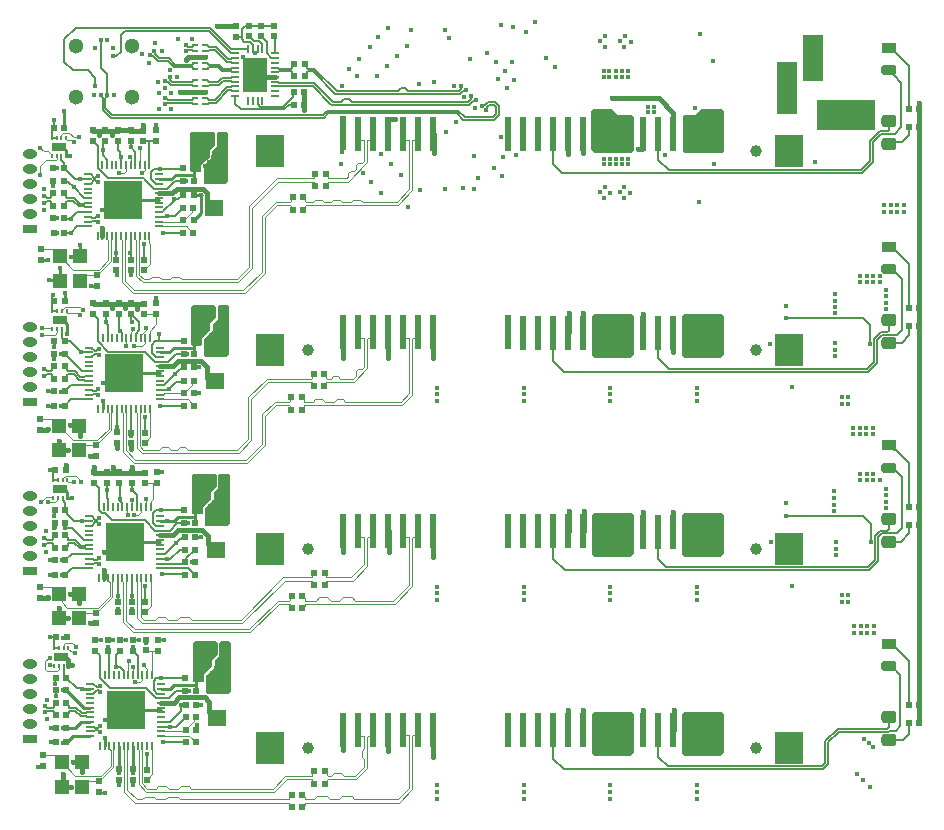
<source format=gtl>
G04*
G04 #@! TF.GenerationSoftware,Altium Limited,Altium Designer,24.0.1 (36)*
G04*
G04 Layer_Physical_Order=1*
G04 Layer_Color=191*
%FSLAX44Y44*%
%MOMM*%
G71*
G04*
G04 #@! TF.SameCoordinates,2863EE23-0FE7-43ED-B731-855E9A245776*
G04*
G04*
G04 #@! TF.FilePolarity,Positive*
G04*
G01*
G75*
%ADD13C,1.0000*%
%ADD14C,0.2540*%
%ADD15C,0.1524*%
%ADD16C,0.2032*%
%ADD18C,0.1270*%
%ADD19R,0.5000X0.5000*%
%ADD20R,0.5000X0.5000*%
%ADD21O,0.7000X0.2000*%
%ADD22O,0.2000X0.7000*%
%ADD23R,3.3000X3.3000*%
%ADD24R,1.6500X1.4000*%
%ADD25R,0.5650X0.2000*%
%ADD26R,2.4000X2.8000*%
%ADD27R,0.6000X2.9000*%
%ADD28R,1.2000X1.3000*%
%ADD29R,0.7500X0.8500*%
G04:AMPARAMS|DCode=30|XSize=1.27mm|YSize=1.016mm|CornerRadius=0.254mm|HoleSize=0mm|Usage=FLASHONLY|Rotation=180.000|XOffset=0mm|YOffset=0mm|HoleType=Round|Shape=RoundedRectangle|*
%AMROUNDEDRECTD30*
21,1,1.2700,0.5080,0,0,180.0*
21,1,0.7620,1.0160,0,0,180.0*
1,1,0.5080,-0.3810,0.2540*
1,1,0.5080,0.3810,0.2540*
1,1,0.5080,0.3810,-0.2540*
1,1,0.5080,-0.3810,-0.2540*
%
%ADD30ROUNDEDRECTD30*%
G04:AMPARAMS|DCode=31|XSize=1.27mm|YSize=0.889mm|CornerRadius=0mm|HoleSize=0mm|Usage=FLASHONLY|Rotation=0.000|XOffset=0mm|YOffset=0mm|HoleType=Round|Shape=Octagon|*
%AMOCTAGOND31*
4,1,8,0.6350,-0.2223,0.6350,0.2223,0.4128,0.4445,-0.4128,0.4445,-0.6350,0.2223,-0.6350,-0.2223,-0.4128,-0.4445,0.4128,-0.4445,0.6350,-0.2223,0.0*
%
%ADD31OCTAGOND31*%

%ADD32R,1.2700X0.8890*%
%ADD56R,0.7000X0.2000*%
%ADD57R,0.2000X0.7000*%
%ADD58R,2.0000X3.0000*%
%ADD59R,0.5650X0.4000*%
%ADD60R,0.2000X0.4000*%
%ADD61R,1.3000X0.7000*%
%ADD62C,0.3810*%
%ADD63C,0.1090*%
%ADD64C,0.1308*%
%ADD65C,0.1016*%
%ADD66C,0.1778*%
%ADD67C,0.0508*%
%ADD68C,1.3000*%
%ADD69O,1.2000X0.8000*%
%ADD70R,1.2000X0.8000*%
%ADD71R,1.8000X4.5000*%
%ADD72R,1.8000X4.0000*%
%ADD73R,5.0000X2.6000*%
%ADD74C,0.4000*%
G36*
X171704Y145796D02*
X173228Y144272D01*
Y134874D01*
X168656Y130302D01*
Y124714D01*
X166116Y122174D01*
X161544Y117602D01*
Y112268D01*
X160528Y111252D01*
X153162D01*
X152146Y112268D01*
Y144272D01*
X153670Y145796D01*
X171704Y145796D01*
D02*
G37*
G36*
X184404Y144526D02*
Y103632D01*
X182118Y101346D01*
X164592D01*
X163322Y102616D01*
Y116840D01*
X170688Y124206D01*
Y129540D01*
X174752Y133604D01*
Y144526D01*
X176022Y145796D01*
X183134D01*
X184404Y144526D01*
D02*
G37*
G36*
X170826Y287782D02*
X172350Y286258D01*
Y276860D01*
X167778Y272288D01*
Y266700D01*
X165238Y264160D01*
X160666Y259588D01*
Y254254D01*
X159650Y253238D01*
X152284D01*
X151268Y254254D01*
Y286258D01*
X152792Y287782D01*
X170826Y287782D01*
D02*
G37*
G36*
X183526Y286512D02*
Y245618D01*
X181240Y243332D01*
X163714D01*
X162444Y244602D01*
Y258826D01*
X169810Y266192D01*
Y271526D01*
X173874Y275590D01*
Y286512D01*
X175144Y287782D01*
X182256D01*
X183526Y286512D01*
D02*
G37*
G36*
X524002Y86106D02*
X525526Y84582D01*
X525526Y51816D01*
X522732Y49022D01*
X492760D01*
X490474Y51308D01*
Y84582D01*
X491998Y86106D01*
X524002Y86106D01*
D02*
G37*
G36*
X600202D02*
X601726Y84582D01*
X601726Y51816D01*
X598932Y49022D01*
X568960D01*
X566674Y51308D01*
Y84582D01*
X568198Y86106D01*
X600202Y86106D01*
D02*
G37*
G36*
X524002Y254336D02*
X525526Y252812D01*
X525526Y220046D01*
X522732Y217252D01*
X492760D01*
X490474Y219538D01*
Y252812D01*
X491998Y254336D01*
X524002Y254336D01*
D02*
G37*
G36*
X600202D02*
X601726Y252812D01*
X601726Y220046D01*
X598932Y217252D01*
X568960D01*
X566674Y219538D01*
Y252812D01*
X568198Y254336D01*
X600202Y254336D01*
D02*
G37*
G36*
X170180Y430784D02*
X171704Y429260D01*
Y419862D01*
X167132Y415290D01*
Y409702D01*
X164592Y407162D01*
X160020Y402590D01*
Y397256D01*
X159004Y396240D01*
X151638D01*
X150622Y397256D01*
Y429260D01*
X152146Y430784D01*
X170180Y430784D01*
D02*
G37*
G36*
X182880Y429514D02*
Y388620D01*
X180594Y386334D01*
X163068D01*
X161798Y387604D01*
Y401828D01*
X169164Y409194D01*
Y414528D01*
X173228Y418592D01*
Y429514D01*
X174498Y430784D01*
X181610D01*
X182880Y429514D01*
D02*
G37*
G36*
X169672Y577342D02*
X171196Y575818D01*
Y566420D01*
X166624Y561848D01*
Y556260D01*
X164084Y553720D01*
X159512Y549148D01*
Y543814D01*
X158496Y542798D01*
X151130D01*
X150114Y543814D01*
Y575818D01*
X151638Y577342D01*
X169672Y577342D01*
D02*
G37*
G36*
X182372Y576072D02*
Y535178D01*
X180086Y532892D01*
X162560D01*
X161290Y534162D01*
Y548386D01*
X168656Y555752D01*
Y561086D01*
X172720Y565150D01*
Y576072D01*
X173990Y577342D01*
X181102D01*
X182372Y576072D01*
D02*
G37*
G36*
X524002Y422636D02*
X525526Y421112D01*
X525526Y388346D01*
X522732Y385552D01*
X492760D01*
X490474Y387838D01*
Y421112D01*
X491998Y422636D01*
X524002Y422636D01*
D02*
G37*
G36*
X600202D02*
X601726Y421112D01*
X601726Y388346D01*
X598932Y385552D01*
X568960D01*
X566674Y387838D01*
Y421112D01*
X568198Y422636D01*
X600202Y422636D01*
D02*
G37*
G36*
X507238Y596900D02*
X512318Y591820D01*
X523494D01*
X525526Y589788D01*
Y561594D01*
X523240Y559308D01*
X492506D01*
X489458Y562356D01*
Y594868D01*
X491490Y596900D01*
X507238D01*
D02*
G37*
G36*
X599694Y596646D02*
X601726Y594614D01*
Y560832D01*
X600202Y559308D01*
X568960D01*
X567182Y561086D01*
Y590296D01*
X568706Y591820D01*
X577596D01*
X581406Y595630D01*
X582422Y596646D01*
X599694D01*
D02*
G37*
D13*
X249403Y55896D02*
D03*
X629403D02*
D03*
X249403Y224125D02*
D03*
X629403D02*
D03*
Y560726D02*
D03*
X249403Y392425D02*
D03*
X629403D02*
D03*
D14*
X45746Y267706D02*
X46070Y267382D01*
X45746Y267706D02*
Y272099D01*
X44640Y273204D02*
Y274351D01*
Y273204D02*
X45746Y272099D01*
X40016Y274828D02*
X44163D01*
X44640Y274351D01*
X44905Y556931D02*
X48090D01*
X48134Y556975D01*
X44861Y556887D02*
X44905Y556931D01*
X44861Y556887D02*
Y561389D01*
X41862Y564388D02*
X44861Y561389D01*
X38862Y564388D02*
X41862D01*
X42370Y417830D02*
X45370Y414831D01*
Y406755D02*
Y414831D01*
X39370Y417830D02*
X42370D01*
X94626Y229616D02*
X124626D01*
X153018Y523748D02*
X159588D01*
X93472Y519176D02*
X123472D01*
X93980Y372618D02*
X123980D01*
X56506Y472272D02*
X56642Y472408D01*
X55658Y471424D02*
X56506Y472272D01*
X95504Y87630D02*
X125504D01*
X49633Y267382D02*
X49687Y267436D01*
X46070Y267382D02*
X49633D01*
X45370Y406755D02*
X45655Y406469D01*
Y406074D02*
Y406469D01*
X158914Y508308D02*
Y523632D01*
X153018Y502412D02*
X158914Y508308D01*
X39166Y451612D02*
X39506Y451272D01*
X30480Y451612D02*
X39166D01*
X39506Y451272D02*
X40132Y451898D01*
X56642Y472408D02*
Y481584D01*
X154172Y234188D02*
X158750D01*
X153090Y394208D02*
X153344Y394462D01*
X123980Y390618D02*
X132295D01*
X135885Y394208D02*
X153090D01*
X132295Y390618D02*
X135885Y394208D01*
X43271Y580735D02*
X43362Y580644D01*
X43271Y580735D02*
Y594777D01*
X43180Y594868D02*
X43271Y594777D01*
X34108Y546608D02*
X37084D01*
X34108Y535940D02*
X34108Y535940D01*
Y531296D02*
Y535940D01*
Y531296D02*
X34108Y531296D01*
X34425Y491808D02*
X37274D01*
X34362Y491744D02*
X34425Y491808D01*
X37274D02*
X37338Y491871D01*
X34108Y503936D02*
X37084D01*
X43870Y434086D02*
X43974Y434190D01*
Y440818D02*
X44077Y440922D01*
X43974Y434190D02*
Y440818D01*
X23622Y468702D02*
X23713Y468793D01*
X29891D02*
X29982Y468884D01*
X23713Y468793D02*
X29891D01*
X40132Y451898D02*
Y462248D01*
X70819Y446811D02*
X71120Y447112D01*
X66309Y446811D02*
X70819D01*
X66030Y446532D02*
X66309Y446811D01*
X87376Y460066D02*
X87503Y459939D01*
Y455803D02*
Y459939D01*
Y455803D02*
X87630Y455676D01*
X99695Y455803D02*
X99822Y455676D01*
X99695Y455803D02*
Y459939D01*
X99568Y460066D02*
X99695Y459939D01*
X49030Y471424D02*
X55658D01*
X123472Y537176D02*
X133726D01*
X34616Y400050D02*
X34707Y399959D01*
Y395315D02*
Y399959D01*
Y395315D02*
X34798Y395224D01*
X34660Y384782D02*
Y389338D01*
X34616Y389382D02*
X34660Y389338D01*
Y384782D02*
X34704Y384738D01*
X34489Y357505D02*
X34616Y357378D01*
X30099Y357505D02*
X34489D01*
X29972Y357632D02*
X30099Y357505D01*
X29972Y345186D02*
X34688D01*
X153344Y377698D02*
X157366D01*
X153526Y355854D02*
X157366D01*
X77545Y57671D02*
Y63967D01*
X77586Y64008D01*
X77504Y57630D02*
X77545Y57671D01*
X85852Y364490D02*
X93980Y372618D01*
X76062Y364490D02*
X85852D01*
X76021Y342659D02*
Y348955D01*
X75980Y342618D02*
X76021Y342659D01*
Y348955D02*
X76062Y348996D01*
X85344Y511048D02*
X93472Y519176D01*
X75554Y511048D02*
X85344D01*
X130326Y247616D02*
X136026D01*
X124626D02*
X130326D01*
X35157Y241844D02*
Y246275D01*
X35262Y246380D01*
X35052Y241739D02*
X35157Y241844D01*
X35030Y252454D02*
Y256816D01*
X35262Y257048D01*
X34798Y252222D02*
X35030Y252454D01*
X31242Y214376D02*
X35262D01*
X31242Y202184D02*
X35334D01*
X88911Y170517D02*
Y173471D01*
X88900Y173482D02*
X88911Y173471D01*
Y170517D02*
X88922Y170506D01*
X100722D02*
X100780Y170564D01*
Y173424D01*
X100838Y173482D01*
X154108Y212789D02*
X154172Y212852D01*
X151196Y212725D02*
X151259Y212789D01*
X154108D01*
X154868Y109474D02*
Y114808D01*
Y104140D02*
Y109474D01*
X154360Y108966D02*
X154868Y109474D01*
X132814Y105630D02*
X136150Y108966D01*
X154360D01*
X125504Y105630D02*
X132814D01*
X153990Y251460D02*
Y256794D01*
Y246126D02*
Y251460D01*
X139870D02*
X153990D01*
X136026Y247616D02*
X139870Y251460D01*
X152836Y541020D02*
Y546354D01*
Y535686D02*
Y541020D01*
X133726Y537176D02*
X137570Y541020D01*
X152836D01*
X153344Y394462D02*
Y399796D01*
Y389128D02*
Y394462D01*
X58674Y105664D02*
X58691Y105647D01*
X65487D01*
X65504Y105630D01*
X89710Y37726D02*
X89916Y37520D01*
X89710Y37726D02*
Y57424D01*
X89504Y57630D02*
X89710Y57424D01*
X89916Y34544D02*
Y37520D01*
X101552Y37568D02*
X101600Y37520D01*
Y34544D02*
Y37520D01*
X101504Y57630D02*
X101552Y57582D01*
Y37568D02*
Y57582D01*
X45140Y72390D02*
X52337D01*
X42164D02*
X45140D01*
X42299Y60135D02*
X45149D01*
X42236Y60071D02*
X42299Y60135D01*
X45149D02*
X50644Y65630D01*
X42164Y104433D02*
X45101D01*
X46370Y103164D01*
X59904Y89630D02*
X65504D01*
X46370Y103164D02*
X46370D01*
X59904Y89630D01*
X50644Y65630D02*
X65504D01*
X52337Y72390D02*
X57577Y77630D01*
X65504D01*
D15*
X155325Y71142D02*
Y74799D01*
X155050Y70866D02*
X155325Y71142D01*
X36140Y99750D02*
Y104394D01*
X45352Y149056D02*
X45394Y149098D01*
X42418Y149056D02*
X45352D01*
X35786Y109516D02*
Y114708D01*
X36140Y115062D01*
X155050Y92202D02*
X159300D01*
X69596Y146923D02*
X69903Y146616D01*
X74346D01*
X80264Y146923D02*
X80596Y146591D01*
X84954D01*
X91209Y146645D02*
X95896D01*
X90932Y146922D02*
X91209Y146645D01*
X101679Y146844D02*
X106492D01*
X101600Y146923D02*
X101679Y146844D01*
X112268Y146640D02*
X112522Y146386D01*
Y144164D02*
Y146386D01*
X31890Y72390D02*
X36140D01*
X31962Y60198D02*
X36212D01*
X21082Y39258D02*
X24382D01*
X25654Y40530D01*
X72898Y18614D02*
X74170Y17342D01*
X77470D01*
X89916Y24270D02*
Y28520D01*
X101600Y24270D02*
Y28520D01*
X654304Y251714D02*
X719456D01*
X726034Y229559D02*
Y245137D01*
X719456Y251714D02*
X726034Y245137D01*
X725272Y397415D02*
Y413918D01*
X654304Y419354D02*
X719836D01*
X725272Y413918D01*
X132842Y629666D02*
Y629920D01*
X138684Y623570D02*
Y623824D01*
D16*
X58380Y374618D02*
X63980D01*
X43616Y389382D02*
X58380Y374618D01*
X71472Y549176D02*
Y565561D01*
Y546388D02*
Y549176D01*
X123980Y382618D02*
X131477D01*
X119854D02*
X123980D01*
X71980Y402618D02*
Y419003D01*
Y399778D02*
Y402618D01*
X72626Y259616D02*
Y276001D01*
Y256828D02*
Y259616D01*
X73504Y117630D02*
Y134015D01*
Y114822D02*
Y117630D01*
X99822Y564134D02*
X103472Y560484D01*
X99695Y564261D02*
X99822Y564134D01*
X99472Y474472D02*
Y489176D01*
X75758Y562102D02*
Y566995D01*
Y557464D02*
Y562102D01*
X51308Y530098D02*
X60230Y521176D01*
X46910Y534496D02*
X51308Y530098D01*
X87472Y474472D02*
Y489176D01*
X41369Y402297D02*
Y410329D01*
Y402297D02*
X43616Y400050D01*
X117602Y396920D02*
X120478Y399796D01*
X123698D01*
X117602Y390208D02*
Y396920D01*
Y390208D02*
X121192Y386618D01*
X123444Y400050D02*
Y406400D01*
Y400050D02*
X123698Y399796D01*
X144344D01*
X125956Y509192D02*
X126908Y510144D01*
X136144Y520446D02*
X136355Y520657D01*
X140013D01*
X127228Y510144D02*
X135824Y518740D01*
Y519904D02*
X136201Y520280D01*
X140013Y520657D02*
X141620Y522264D01*
X126908Y510144D02*
X127228D01*
X135824Y518740D02*
Y519904D01*
X141620Y522264D02*
X142534D01*
X144018Y523748D01*
X121192Y386618D02*
X123980D01*
X121412Y431982D02*
Y436801D01*
X79472Y549176D02*
Y553750D01*
X75758Y557464D02*
X79472Y553750D01*
X75758Y566995D02*
X78232Y569469D01*
X120650Y582676D02*
X120777Y582549D01*
Y578595D02*
X120904Y578468D01*
X120777Y578595D02*
Y582549D01*
X79386Y279909D02*
X79444Y279851D01*
Y273870D02*
Y279851D01*
Y273870D02*
X79502Y273812D01*
X121688Y101630D02*
X125504D01*
X119008Y104310D02*
Y112346D01*
Y104310D02*
X121688Y101630D01*
X125476Y114808D02*
X145868D01*
X121093Y114431D02*
X125099D01*
X125476Y114808D01*
X119008Y112346D02*
X121093Y114431D01*
X120904Y257048D02*
X143506D01*
X118618Y253978D02*
X118618Y254762D01*
X120904Y257048D01*
X143506D02*
X144990Y256794D01*
X118618Y245808D02*
Y253978D01*
Y245808D02*
X120810Y243616D01*
X124626D01*
X120684Y533176D02*
X123472D01*
X116840Y537020D02*
X120684Y533176D01*
X116840Y537020D02*
Y543052D01*
X123829Y545723D02*
X124206Y546100D01*
X119511Y545723D02*
X123829D01*
X116840Y543052D02*
X119511Y545723D01*
X51308Y247650D02*
X58166D01*
X45709Y253249D02*
X51308Y247650D01*
X45709Y253249D02*
Y255601D01*
X44262Y257048D02*
X45709Y255601D01*
X44356Y241736D02*
X49856D01*
X44356Y240698D02*
Y241736D01*
Y246286D01*
X49856Y241736D02*
X59976Y231616D01*
X44262Y246380D02*
X44356Y246286D01*
X59976Y231616D02*
X64626D01*
X49502Y219616D02*
X64626D01*
X41286Y214376D02*
X44262D01*
X49502Y219616D01*
X41358Y202184D02*
X44334D01*
X49766Y207616D01*
X58166Y247616D02*
X64626D01*
X124626Y219616D02*
X128430D01*
X141833Y233019D01*
X144003D01*
X145172Y234188D01*
X88642Y183874D02*
Y199600D01*
X88646Y184150D02*
X88784Y184012D01*
Y179644D02*
X88922Y179506D01*
X88784Y179644D02*
Y184012D01*
X100722Y179506D02*
X100780Y179564D01*
Y184092D01*
X100838Y184150D01*
X100642Y184034D02*
Y199600D01*
X141008Y223558D02*
X145352D01*
X130325Y215521D02*
X130540Y215736D01*
X133186D02*
X141008Y223558D01*
X130540Y215736D02*
X133186D01*
X130246Y215600D02*
X130325Y215521D01*
X124626Y215616D02*
X124642Y215600D01*
X130246D01*
X142148Y232704D02*
X143688D01*
X145172Y234188D01*
X100819Y273914D02*
X104727Y270007D01*
Y263481D02*
Y270007D01*
X104642Y263396D02*
X104727Y263481D01*
X104642Y262100D02*
Y263396D01*
X87838Y327213D02*
X87861Y327190D01*
X87964Y342602D02*
X87980Y342618D01*
X87964Y327339D02*
Y342602D01*
X87838Y327213D02*
X87964Y327339D01*
X87861Y322785D02*
X87884Y322762D01*
X87861Y322785D02*
Y327190D01*
X100076Y322508D02*
X100159Y322425D01*
Y319614D02*
X100241Y319532D01*
X100159Y319614D02*
Y322425D01*
X99980Y322604D02*
Y342618D01*
X33370Y439263D02*
X33528Y439420D01*
X33370Y425331D02*
Y439263D01*
X142860Y376214D02*
X144344Y377698D01*
X141264Y376214D02*
X142860D01*
X137414Y372364D02*
X141264Y376214D01*
X137414Y372364D02*
X137414D01*
X126464Y362634D02*
X127418D01*
X137148Y372364D01*
X123980Y358618D02*
X130721D01*
X132152Y359410D02*
X137740Y364998D01*
X130721Y358618D02*
X131735Y359632D01*
X132267D01*
X137740Y364998D02*
X142069D01*
X124714Y345186D02*
X144743D01*
X57184Y390618D02*
X57290D01*
X63964Y390634D02*
X63980Y390618D01*
X57308Y390634D02*
X63964D01*
X57290Y390652D02*
X57308Y390634D01*
X89946Y409365D02*
X90270Y409040D01*
X90424Y408354D02*
Y409194D01*
X91964Y402634D02*
Y406814D01*
X90424Y408354D02*
X91964Y406814D01*
Y402634D02*
X91980Y402618D01*
X89946Y409365D02*
Y422372D01*
X89408Y422910D02*
X89946Y422372D01*
X111506Y322512D02*
X111569Y322575D01*
Y335544D01*
X111633Y335607D01*
X142069Y364998D02*
X142109Y365038D01*
X143259D02*
X144743Y366522D01*
X142109Y365038D02*
X143259D01*
X130717Y505553D02*
X136708D01*
X123488Y505192D02*
X129619D01*
X130556Y505714D02*
X130717Y505553D01*
X123472Y505176D02*
X123488Y505192D01*
X129619D02*
X130071Y505644D01*
X130604D01*
X136708Y505553D02*
X144235Y513080D01*
X124206Y546100D02*
X124583Y545723D01*
X125966Y546100D02*
X143582D01*
X143836Y546354D01*
X136906Y535686D02*
X143836D01*
X54454Y497176D02*
X63472D01*
X48768Y491490D02*
X54454Y497176D01*
X48768Y503936D02*
X54008Y509176D01*
X63472D01*
X43235Y503809D02*
X48641D01*
X43108Y503936D02*
X43235Y503809D01*
X43108Y535940D02*
X44552Y534496D01*
X46910D01*
X60230Y521176D02*
X63472D01*
X48641Y491617D02*
X48768Y491490D01*
X43362Y491744D02*
X43489Y491617D01*
X48641D01*
Y503809D02*
X48768Y503682D01*
X87249Y469447D02*
X87376Y469320D01*
X87249Y469447D02*
Y474599D01*
X87122Y474726D02*
X87249Y474599D01*
X99441Y469193D02*
X99568Y469066D01*
X99441Y469193D02*
Y474599D01*
X99314Y474726D02*
X99441Y474599D01*
X40877Y552975D02*
Y556871D01*
X42886Y546829D02*
Y550966D01*
Y546829D02*
X52129Y537587D01*
X40877Y552975D02*
X42886Y550966D01*
X40861Y556887D02*
X40877Y556871D01*
X47973Y399828D02*
X57184Y390618D01*
X43837Y399828D02*
X47973D01*
X56914Y537192D02*
X63456D01*
X52129Y537587D02*
X56519D01*
X56914Y537192D01*
X63456D02*
X63472Y537176D01*
X103472Y549176D02*
Y560484D01*
X99695Y564261D02*
Y569342D01*
X99568Y569469D02*
X99695Y569342D01*
X88900Y561831D02*
X90823Y559908D01*
Y556143D02*
X91456Y555510D01*
X90823Y556143D02*
Y559908D01*
X88900Y561831D02*
Y569469D01*
X91456Y549192D02*
Y555510D01*
Y549192D02*
X91472Y549176D01*
X110998Y468816D02*
X111125Y468943D01*
Y482030D01*
X111252Y482157D01*
X121362Y97646D02*
X125488D01*
X112846Y106162D02*
X121362Y97646D01*
X82164Y106162D02*
X112846D01*
X73504Y114822D02*
X82164Y106162D01*
X77591Y254084D02*
X83527Y248148D01*
X75370Y254084D02*
X77591D01*
X83527Y248148D02*
X111968D01*
X72626Y256828D02*
X75370Y254084D01*
X111959Y536578D02*
X119361Y529176D01*
X74258Y543644D02*
X80194Y537708D01*
X123472Y529176D02*
X130396D01*
X111944Y536578D02*
X111959D01*
X119361Y529176D02*
X123472D01*
X110814Y537708D02*
X111944Y536578D01*
X80194Y537708D02*
X110814D01*
X74216Y543644D02*
X74258D01*
X71472Y546388D02*
X74216Y543644D01*
X32863Y571889D02*
Y579144D01*
X34362Y580644D01*
X34326Y580680D02*
X34362Y580644D01*
X34326Y580680D02*
Y586958D01*
X34290Y586994D02*
X34326Y586958D01*
X79980Y402618D02*
Y414025D01*
X78740Y415266D02*
Y422911D01*
Y415266D02*
X79980Y414025D01*
X100076Y417753D02*
Y422911D01*
X100736Y416560D02*
Y417093D01*
X100076Y417753D02*
X100736Y417093D01*
X100076Y422911D02*
X106699Y416288D01*
X111322Y391150D02*
X119854Y382618D01*
X80608Y391150D02*
X111322D01*
X71980Y399778D02*
X80608Y391150D01*
X126746Y491744D02*
X144235D01*
X79502Y267462D02*
Y273812D01*
Y267462D02*
X80626Y266338D01*
Y259616D02*
Y266338D01*
X100722Y274012D02*
Y279909D01*
X32863Y571889D02*
X36863D01*
X33370Y425331D02*
X37371D01*
X40767Y357251D02*
X43489D01*
X43616Y357378D01*
X40640Y357124D02*
X40767Y357251D01*
X40712Y345186D02*
X43688D01*
X90941Y264830D02*
X92610Y263160D01*
X90678Y266192D02*
X90941Y265930D01*
X90054Y279908D02*
X90309Y279653D01*
Y266459D02*
Y279653D01*
X92610Y259632D02*
Y263160D01*
Y259632D02*
X92626Y259616D01*
X90309Y266459D02*
X90564Y266204D01*
X90941Y264830D02*
Y265930D01*
X112036Y179510D02*
Y192631D01*
X127000Y60198D02*
X146267D01*
X145135Y202438D02*
X145389Y202184D01*
X126238Y202692D02*
X126492Y202438D01*
X145135D01*
X145352Y223558D02*
X145389Y223520D01*
X139205Y246126D02*
X144990D01*
X132695Y239616D02*
X139205Y246126D01*
X124626Y239616D02*
X132695D01*
X34032Y289600D02*
X35389Y290957D01*
X31369D02*
X35389D01*
X31242Y290830D02*
X31369Y290957D01*
X34016Y282329D02*
Y287377D01*
X34032Y287393D02*
Y289600D01*
X34016Y287377D02*
X34032Y287393D01*
X34016Y282329D02*
X38017D01*
X42015Y265108D02*
X44262Y262861D01*
Y257048D02*
Y262861D01*
X42015Y265108D02*
Y267327D01*
X105886Y122431D02*
Y133637D01*
X105520Y120114D02*
Y122065D01*
X105886Y122431D01*
X101506Y138017D02*
X105886Y133637D01*
X125520Y73614D02*
X133026D01*
X133232Y73408D01*
X138280Y73546D02*
X146267Y81534D01*
X132965Y74037D02*
X133455Y73546D01*
X138280D01*
X125504Y73630D02*
X125520Y73614D01*
X87493Y124343D02*
Y134483D01*
X90932Y137922D01*
X87884Y123811D02*
X90111D01*
X87493Y124343D02*
X87884Y123952D01*
X93504Y117630D02*
Y120418D01*
X90111Y123811D02*
X93504Y120418D01*
X113030Y37270D02*
Y50631D01*
X34894Y145391D02*
X34910Y145407D01*
X31187Y149382D02*
X31329Y149240D01*
X34910Y147614D02*
X36394Y149098D01*
X31329Y149240D02*
X36252D01*
X34910Y145407D02*
Y147614D01*
X36252Y149240D02*
X36394Y149098D01*
X34894Y140343D02*
Y145391D01*
X127377Y146976D02*
X127394Y146959D01*
X122936Y146994D02*
X122953Y146976D01*
X127377D01*
X45140Y115062D02*
X54161Y106041D01*
X58297D02*
X58674Y105664D01*
X54161Y106041D02*
X58297D01*
X132494Y77630D02*
X141869Y87005D01*
X125504Y77630D02*
X132494D01*
X141869Y87005D02*
Y92133D01*
X141904Y92167D02*
X146015D01*
X146050Y92202D01*
X141869Y92133D02*
X141904Y92167D01*
X80264Y137923D02*
Y140899D01*
X101506Y138017D02*
Y140899D01*
X81504Y117630D02*
Y136683D01*
X80264Y137923D02*
X81504Y136683D01*
X143925Y535774D02*
X146724D01*
X143836Y535686D02*
X143925Y535774D01*
X146724D02*
X146812Y535863D01*
X144344Y389128D02*
X147320D01*
X125488Y97646D02*
X125504Y97630D01*
X131666D01*
X111968Y248148D02*
X120484Y239632D01*
X124610D02*
X124626Y239616D01*
X120484Y239632D02*
X124610D01*
X69053Y137379D02*
X69596Y137923D01*
X73504Y134015D01*
X34894Y140343D02*
X38895D01*
X42893Y116578D02*
Y125341D01*
X145868Y104140D02*
X148844D01*
X103980Y402618D02*
Y406418D01*
X106699Y409137D01*
Y416288D01*
X131666Y97630D02*
X138176Y104140D01*
X145868D01*
X49766Y207616D02*
X64626D01*
X100626Y199616D02*
X100642Y199600D01*
X88626Y199616D02*
X88642Y199600D01*
X68718Y279909D02*
X72626Y276001D01*
X68072Y422911D02*
X71980Y419003D01*
X43616Y357378D02*
X48856Y362618D01*
X63980D01*
X49120Y350618D02*
X63980D01*
X43688Y345186D02*
X49120Y350618D01*
X131477Y382618D02*
X137987Y389128D01*
X144344D01*
X67564Y569469D02*
X71472Y565561D01*
X130396Y529176D02*
X136906Y535686D01*
D18*
X208474Y653951D02*
X210613Y651812D01*
Y647969D02*
Y651812D01*
X203876Y653951D02*
X208474D01*
X199644Y658182D02*
X203876Y653951D01*
X210613Y647969D02*
X210977Y647604D01*
X146774Y214454D02*
Y216404D01*
X143936Y211616D02*
X146774Y214454D01*
Y216404D02*
X153890Y223520D01*
X124626Y207616D02*
X148457D01*
X153890Y202184D01*
X124626Y211616D02*
X143936D01*
X187978Y600946D02*
Y607601D01*
X192786Y596138D02*
X229645D01*
X187978Y600946D02*
X192786Y596138D01*
X228600Y598424D02*
X232410Y602234D01*
X229645Y596138D02*
X233201Y599694D01*
X238066D01*
X209296Y598424D02*
X228600D01*
X207344Y600376D02*
X209296Y598424D01*
X206980Y603601D02*
X207344Y603236D01*
Y600376D02*
Y603236D01*
X221978Y643603D02*
Y657370D01*
X221234Y658114D02*
X221978Y657370D01*
X210312Y658114D02*
X214986Y653440D01*
Y643761D02*
Y653440D01*
Y643761D02*
X218779Y639967D01*
X221613D01*
X221978Y639603D01*
D19*
X87376Y469066D02*
D03*
Y460066D02*
D03*
X79386Y288909D02*
D03*
Y279909D02*
D03*
X113030Y37270D02*
D03*
Y28770D02*
D03*
X188976Y666932D02*
D03*
Y657932D02*
D03*
X210312Y666614D02*
D03*
X199644Y666682D02*
D03*
X221234Y666614D02*
D03*
X68072Y422911D02*
D03*
X67564Y569469D02*
D03*
X69596Y137923D02*
D03*
X68718Y279909D02*
D03*
X78232Y578469D02*
D03*
X99568Y460066D02*
D03*
Y578469D02*
D03*
X67564D02*
D03*
X71120Y447112D02*
D03*
X23622Y468702D02*
D03*
X88900Y578469D02*
D03*
X110236Y578186D02*
D03*
X112268Y146640D02*
D03*
X111390Y288626D02*
D03*
X110744Y431628D02*
D03*
X72898Y18614D02*
D03*
X25654Y40530D02*
D03*
X70358Y161108D02*
D03*
X23114Y182952D02*
D03*
X90932Y146922D02*
D03*
X69596Y146923D02*
D03*
X90054Y288908D02*
D03*
X68718Y288909D02*
D03*
X101600Y28520D02*
D03*
X89916D02*
D03*
X80264Y146923D02*
D03*
X101600D02*
D03*
X88922Y170506D02*
D03*
X100722Y288909D02*
D03*
Y170506D02*
D03*
X70104Y303022D02*
D03*
X22860Y325192D02*
D03*
X89408Y431910D02*
D03*
X68072Y431911D02*
D03*
X87884Y313762D02*
D03*
X100076Y431911D02*
D03*
Y313508D02*
D03*
X78740Y431911D02*
D03*
X199644Y658182D02*
D03*
X210312Y658114D02*
D03*
X221234D02*
D03*
X101600Y37520D02*
D03*
X88922Y179506D02*
D03*
X70358Y170108D02*
D03*
X23114Y191952D02*
D03*
X87884Y322762D02*
D03*
X100722Y179506D02*
D03*
X112036Y171010D02*
D03*
Y179510D02*
D03*
X99568Y569469D02*
D03*
X110236Y569686D02*
D03*
X110998Y460316D02*
D03*
Y468816D02*
D03*
X99568Y469066D02*
D03*
X120904Y569468D02*
D03*
Y578468D02*
D03*
X78232Y569469D02*
D03*
X88900D02*
D03*
X71120Y456112D02*
D03*
X23622Y477702D02*
D03*
X70104Y312022D02*
D03*
X22860Y334192D02*
D03*
X121412Y422982D02*
D03*
Y431982D02*
D03*
X78740Y422911D02*
D03*
X100076D02*
D03*
X89408Y422910D02*
D03*
X110744Y423128D02*
D03*
X111506Y314012D02*
D03*
Y322512D02*
D03*
X100076Y322508D02*
D03*
X122058Y279980D02*
D03*
Y288980D02*
D03*
X111390Y280126D02*
D03*
X90054Y279908D02*
D03*
X100722Y279909D02*
D03*
X112268Y138140D02*
D03*
X72898Y27614D02*
D03*
X25654Y49530D02*
D03*
X90932Y137922D02*
D03*
X89916Y37520D02*
D03*
X80264Y137923D02*
D03*
X101600D02*
D03*
X122936Y146994D02*
D03*
Y137994D02*
D03*
D20*
X144743Y366522D02*
D03*
X153244D02*
D03*
X145389Y223520D02*
D03*
X153890D02*
D03*
X146267Y81534D02*
D03*
X154768D02*
D03*
X45140Y93726D02*
D03*
X36140D02*
D03*
X43616Y368046D02*
D03*
Y378714D02*
D03*
X34108Y514604D02*
D03*
Y525272D02*
D03*
X34616Y368046D02*
D03*
Y378714D02*
D03*
X35262Y225044D02*
D03*
Y235712D02*
D03*
X36140Y83058D02*
D03*
X238070Y624332D02*
D03*
Y635000D02*
D03*
X247070D02*
D03*
Y624332D02*
D03*
X45140Y83058D02*
D03*
X44262Y225044D02*
D03*
Y235712D02*
D03*
X43108Y514604D02*
D03*
Y525272D02*
D03*
X235784Y5334D02*
D03*
X244784D02*
D03*
X235784Y16002D02*
D03*
X244784D02*
D03*
X235784Y184404D02*
D03*
X244784D02*
D03*
X238066Y599694D02*
D03*
X246566D02*
D03*
X145868Y104140D02*
D03*
X144344Y389128D02*
D03*
X144990Y246126D02*
D03*
X143836Y535686D02*
D03*
X34108Y503936D02*
D03*
X153018Y523748D02*
D03*
X34108Y535940D02*
D03*
X168474Y572516D02*
D03*
X153018Y502412D02*
D03*
X34362Y491744D02*
D03*
X34108Y546608D02*
D03*
X152836Y535686D02*
D03*
Y546354D02*
D03*
X36140Y115062D02*
D03*
X154868Y114808D02*
D03*
Y104140D02*
D03*
X35262Y257048D02*
D03*
X44516Y291084D02*
D03*
X153990Y246126D02*
D03*
X36212Y60198D02*
D03*
X36140Y104394D02*
D03*
Y72390D02*
D03*
X155050Y92202D02*
D03*
X35334Y202184D02*
D03*
X154172Y234188D02*
D03*
X35262Y246380D02*
D03*
Y214376D02*
D03*
X170506Y140970D02*
D03*
X169628Y282956D02*
D03*
X155050Y70866D02*
D03*
X154172Y212852D02*
D03*
X153344Y399796D02*
D03*
X34616Y400050D02*
D03*
X153344Y389128D02*
D03*
Y377698D02*
D03*
X34616Y357378D02*
D03*
Y389382D02*
D03*
X34688Y345186D02*
D03*
X168982Y425958D02*
D03*
X153526Y355854D02*
D03*
X246566Y610616D02*
D03*
X43362Y580644D02*
D03*
X43870Y434086D02*
D03*
X153990Y256794D02*
D03*
X45394Y149098D02*
D03*
X238066Y610616D02*
D03*
X34362Y580644D02*
D03*
X36394Y149098D02*
D03*
X35516Y291084D02*
D03*
X34870Y434086D02*
D03*
X767139Y596342D02*
D03*
Y581106D02*
D03*
Y428118D02*
D03*
Y412907D02*
D03*
Y259843D02*
D03*
Y244632D02*
D03*
Y91695D02*
D03*
Y76611D02*
D03*
X263834Y35814D02*
D03*
X254834D02*
D03*
X177474Y572516D02*
D03*
X143836Y546354D02*
D03*
X152736Y491744D02*
D03*
X144235D02*
D03*
X144018Y502412D02*
D03*
Y523748D02*
D03*
X152736Y513080D02*
D03*
X144235D02*
D03*
X43362Y491744D02*
D03*
X43108Y535940D02*
D03*
Y546608D02*
D03*
Y503936D02*
D03*
X144344Y399796D02*
D03*
X153244Y345186D02*
D03*
X144743D02*
D03*
X144526Y355854D02*
D03*
X177982Y425958D02*
D03*
X144344Y377698D02*
D03*
X43616Y357378D02*
D03*
X43688Y345186D02*
D03*
X43616Y389382D02*
D03*
Y400050D02*
D03*
X153890Y202184D02*
D03*
X145389D02*
D03*
X145172Y234188D02*
D03*
X178628Y282956D02*
D03*
X145172Y212852D02*
D03*
X144990Y256794D02*
D03*
X44262Y257048D02*
D03*
Y246380D02*
D03*
X44334Y202184D02*
D03*
X44262Y214376D02*
D03*
X758639Y76611D02*
D03*
Y91695D02*
D03*
Y244632D02*
D03*
Y259843D02*
D03*
Y412907D02*
D03*
Y428118D02*
D03*
Y581106D02*
D03*
Y596342D02*
D03*
X146267Y60198D02*
D03*
X154768D02*
D03*
X45140Y115062D02*
D03*
X145868Y114808D02*
D03*
X45212Y60198D02*
D03*
X45140Y104394D02*
D03*
Y72390D02*
D03*
X146050Y92202D02*
D03*
X179506Y140970D02*
D03*
X146050Y70866D02*
D03*
X236872Y511302D02*
D03*
X245872D02*
D03*
X235530Y341884D02*
D03*
X244530D02*
D03*
X236872Y521970D02*
D03*
X245872D02*
D03*
X235530Y352552D02*
D03*
X244530D02*
D03*
X255778Y531114D02*
D03*
X264778D02*
D03*
X254508Y361696D02*
D03*
X263508D02*
D03*
X255778Y541782D02*
D03*
X264778D02*
D03*
X254508Y372364D02*
D03*
X263508D02*
D03*
X235784Y173736D02*
D03*
X244784D02*
D03*
X254834Y193294D02*
D03*
X263834D02*
D03*
X254762Y25146D02*
D03*
X263762D02*
D03*
X254834Y203962D02*
D03*
X263834D02*
D03*
D21*
X123980Y386618D02*
D03*
Y394618D02*
D03*
Y390618D02*
D03*
Y374618D02*
D03*
Y370618D02*
D03*
Y382618D02*
D03*
Y378618D02*
D03*
Y358618D02*
D03*
Y366618D02*
D03*
Y362618D02*
D03*
Y354618D02*
D03*
Y350618D02*
D03*
X63980Y366618D02*
D03*
Y386618D02*
D03*
Y394618D02*
D03*
Y390618D02*
D03*
Y374618D02*
D03*
Y370618D02*
D03*
Y382618D02*
D03*
Y378618D02*
D03*
Y358618D02*
D03*
Y362618D02*
D03*
Y354618D02*
D03*
Y350618D02*
D03*
X63472Y501176D02*
D03*
Y505176D02*
D03*
X64626Y211616D02*
D03*
Y215616D02*
D03*
X65504Y69630D02*
D03*
Y73630D02*
D03*
X63472Y533176D02*
D03*
Y541176D02*
D03*
X64626Y243616D02*
D03*
Y251616D02*
D03*
X65504Y101630D02*
D03*
Y109630D02*
D03*
Y81630D02*
D03*
X64626Y223616D02*
D03*
X65504Y85630D02*
D03*
X64626Y227616D02*
D03*
X63472Y513176D02*
D03*
Y517176D02*
D03*
Y537176D02*
D03*
Y529176D02*
D03*
Y525176D02*
D03*
Y521176D02*
D03*
Y509176D02*
D03*
Y497176D02*
D03*
X123472D02*
D03*
Y501176D02*
D03*
Y505176D02*
D03*
Y509176D02*
D03*
Y513176D02*
D03*
Y517176D02*
D03*
Y521176D02*
D03*
Y525176D02*
D03*
Y529176D02*
D03*
Y533176D02*
D03*
Y537176D02*
D03*
Y541176D02*
D03*
X65504Y105630D02*
D03*
Y97630D02*
D03*
Y93630D02*
D03*
Y89630D02*
D03*
Y77630D02*
D03*
Y65630D02*
D03*
X125504D02*
D03*
Y69630D02*
D03*
Y73630D02*
D03*
Y77630D02*
D03*
Y81630D02*
D03*
Y85630D02*
D03*
Y89630D02*
D03*
Y93630D02*
D03*
Y97630D02*
D03*
Y101630D02*
D03*
Y105630D02*
D03*
Y109630D02*
D03*
X64626Y247616D02*
D03*
Y239616D02*
D03*
Y235616D02*
D03*
Y231616D02*
D03*
Y219616D02*
D03*
Y207616D02*
D03*
X124626D02*
D03*
Y211616D02*
D03*
Y215616D02*
D03*
Y219616D02*
D03*
Y223616D02*
D03*
Y227616D02*
D03*
Y231616D02*
D03*
Y235616D02*
D03*
Y239616D02*
D03*
Y243616D02*
D03*
Y247616D02*
D03*
Y251616D02*
D03*
D22*
X103980Y402618D02*
D03*
X99980D02*
D03*
X107980D02*
D03*
X91980D02*
D03*
X95980D02*
D03*
X115980D02*
D03*
X111980D02*
D03*
X95980Y342618D02*
D03*
X99980D02*
D03*
X91980D02*
D03*
X111980D02*
D03*
X115980D02*
D03*
X103980D02*
D03*
X107980D02*
D03*
X79980Y402618D02*
D03*
X75980D02*
D03*
X83980D02*
D03*
X71980D02*
D03*
X87980D02*
D03*
X75980Y342618D02*
D03*
X79980D02*
D03*
X71980D02*
D03*
X83980D02*
D03*
X87980D02*
D03*
X115472Y549176D02*
D03*
X111472D02*
D03*
X107472D02*
D03*
X103472D02*
D03*
X99472D02*
D03*
X95472D02*
D03*
X91472D02*
D03*
X87472D02*
D03*
X83472D02*
D03*
X79472D02*
D03*
X75472D02*
D03*
X71472D02*
D03*
Y489176D02*
D03*
X75472D02*
D03*
X79472D02*
D03*
X83472D02*
D03*
X87472D02*
D03*
X91472D02*
D03*
X95472D02*
D03*
X99472D02*
D03*
X103472D02*
D03*
X107472D02*
D03*
X111472D02*
D03*
X115472D02*
D03*
X117504Y117630D02*
D03*
X113504D02*
D03*
X109504D02*
D03*
X105504D02*
D03*
X101504D02*
D03*
X97504D02*
D03*
X93504D02*
D03*
X89504D02*
D03*
X85504D02*
D03*
X81504D02*
D03*
X77504D02*
D03*
X73504D02*
D03*
Y57630D02*
D03*
X77504D02*
D03*
X81504D02*
D03*
X85504D02*
D03*
X89504D02*
D03*
X93504D02*
D03*
X97504D02*
D03*
X101504D02*
D03*
X105504D02*
D03*
X109504D02*
D03*
X113504D02*
D03*
X117504D02*
D03*
X116626Y259616D02*
D03*
X112626D02*
D03*
X108626D02*
D03*
X104626D02*
D03*
X100626D02*
D03*
X96626D02*
D03*
X92626D02*
D03*
X88626D02*
D03*
X84626D02*
D03*
X80626D02*
D03*
X76626D02*
D03*
X72626D02*
D03*
Y199616D02*
D03*
X76626D02*
D03*
X80626D02*
D03*
X84626D02*
D03*
X88626D02*
D03*
X92626D02*
D03*
X96626D02*
D03*
X100626D02*
D03*
X104626D02*
D03*
X108626D02*
D03*
X112626D02*
D03*
X116626D02*
D03*
D23*
X93980Y372618D02*
D03*
X93472Y519176D02*
D03*
X95504Y87630D02*
D03*
X94626Y229616D02*
D03*
D24*
X170942Y366238D02*
D03*
Y394238D02*
D03*
X170434Y540796D02*
D03*
Y512796D02*
D03*
X171588Y251236D02*
D03*
Y223236D02*
D03*
X172466Y81250D02*
D03*
Y109250D02*
D03*
D25*
X162782Y600696D02*
D03*
Y605696D02*
D03*
Y615696D02*
D03*
Y620696D02*
D03*
Y630428D02*
D03*
Y635428D02*
D03*
Y645428D02*
D03*
Y650428D02*
D03*
X154432D02*
D03*
Y645428D02*
D03*
Y630428D02*
D03*
Y635428D02*
D03*
Y620696D02*
D03*
Y615696D02*
D03*
Y600696D02*
D03*
Y605696D02*
D03*
D26*
X656904Y55896D02*
D03*
X217504D02*
D03*
X656904Y224125D02*
D03*
X217504D02*
D03*
X656904Y560726D02*
D03*
X217504D02*
D03*
X656904Y392425D02*
D03*
X217504D02*
D03*
D27*
X597104Y70416D02*
D03*
X584403D02*
D03*
X571703D02*
D03*
X559003D02*
D03*
X546303D02*
D03*
X533604D02*
D03*
X520904D02*
D03*
X508204D02*
D03*
X495504Y70655D02*
D03*
X482803D02*
D03*
X470103D02*
D03*
X457403D02*
D03*
X444703D02*
D03*
X432004D02*
D03*
X419304Y70896D02*
D03*
X355803D02*
D03*
X343103D02*
D03*
X330404D02*
D03*
X317703D02*
D03*
X305004D02*
D03*
X292304D02*
D03*
X279604Y71136D02*
D03*
X559003Y238645D02*
D03*
X533604D02*
D03*
X482803Y238885D02*
D03*
X470103D02*
D03*
X355803Y239125D02*
D03*
X279604Y239366D02*
D03*
X559003Y575246D02*
D03*
X533604D02*
D03*
X482803Y575485D02*
D03*
X470103D02*
D03*
X355803Y575726D02*
D03*
X279604Y575965D02*
D03*
X559003Y406945D02*
D03*
X533604D02*
D03*
X482803Y407186D02*
D03*
X470103D02*
D03*
X355803Y407425D02*
D03*
X279604Y407665D02*
D03*
X317703Y239125D02*
D03*
Y407425D02*
D03*
Y575726D02*
D03*
X597104Y238645D02*
D03*
X584403D02*
D03*
X571703D02*
D03*
X546303D02*
D03*
X520904D02*
D03*
X508204D02*
D03*
X495504Y238885D02*
D03*
X457403D02*
D03*
X444703D02*
D03*
X432004D02*
D03*
X419304Y239125D02*
D03*
X343103D02*
D03*
X330404D02*
D03*
X305004D02*
D03*
X292304D02*
D03*
X597104Y575246D02*
D03*
X584403D02*
D03*
X571703D02*
D03*
X546303D02*
D03*
X520904D02*
D03*
X508204D02*
D03*
X495504Y575485D02*
D03*
X457403D02*
D03*
X444703D02*
D03*
X432004D02*
D03*
X419304Y575726D02*
D03*
X343103D02*
D03*
X330404D02*
D03*
X305004D02*
D03*
X292304D02*
D03*
X597104Y406945D02*
D03*
X584403D02*
D03*
X571703D02*
D03*
X546303D02*
D03*
X520904D02*
D03*
X508204D02*
D03*
X495504Y407186D02*
D03*
X457403D02*
D03*
X444703D02*
D03*
X432004D02*
D03*
X419304Y407425D02*
D03*
X343103D02*
D03*
X330404D02*
D03*
X305004D02*
D03*
X292304D02*
D03*
D28*
X41284Y43774D02*
D03*
Y22774D02*
D03*
X58284D02*
D03*
Y43774D02*
D03*
X38998Y186268D02*
D03*
Y165268D02*
D03*
X55998D02*
D03*
Y186268D02*
D03*
X38744Y328508D02*
D03*
Y307508D02*
D03*
X55744D02*
D03*
Y328508D02*
D03*
X39506Y472272D02*
D03*
Y451272D02*
D03*
X56506D02*
D03*
Y472272D02*
D03*
D29*
X161152Y559308D02*
D03*
X163184Y127762D02*
D03*
X162306Y269748D02*
D03*
X161660Y412750D02*
D03*
X175652Y559308D02*
D03*
X176160Y412750D02*
D03*
X176806Y269748D02*
D03*
X177684Y127762D02*
D03*
D30*
X741680Y81618D02*
D03*
Y62110D02*
D03*
Y249648D02*
D03*
Y230140D02*
D03*
Y417878D02*
D03*
Y398370D02*
D03*
Y586108D02*
D03*
Y566600D02*
D03*
D31*
X741679Y124619D02*
D03*
Y292849D02*
D03*
Y461079D02*
D03*
Y629311D02*
D03*
D32*
Y143619D02*
D03*
Y311849D02*
D03*
Y480079D02*
D03*
Y648311D02*
D03*
D56*
X187978Y643600D02*
D03*
Y639600D02*
D03*
Y635602D02*
D03*
Y631601D02*
D03*
Y627601D02*
D03*
Y623601D02*
D03*
Y619600D02*
D03*
Y615602D02*
D03*
Y611601D02*
D03*
Y607601D02*
D03*
X221978Y607604D02*
D03*
Y611604D02*
D03*
Y615602D02*
D03*
Y619603D02*
D03*
Y623603D02*
D03*
Y627603D02*
D03*
Y631604D02*
D03*
Y635602D02*
D03*
Y639603D02*
D03*
Y643603D02*
D03*
D57*
X198979Y603601D02*
D03*
X202979D02*
D03*
X206980D02*
D03*
X210980D02*
D03*
X210977Y647604D02*
D03*
X206977D02*
D03*
X202976D02*
D03*
X198976D02*
D03*
D58*
X204978Y625602D02*
D03*
D59*
X162782Y610696D02*
D03*
X154432D02*
D03*
X162782Y640428D02*
D03*
X154432D02*
D03*
D60*
X46894Y125341D02*
D03*
X46016Y267327D02*
D03*
X45370Y410329D02*
D03*
X44861Y556887D02*
D03*
X32863D02*
D03*
X36863D02*
D03*
X40861D02*
D03*
X44861Y571889D02*
D03*
X40861D02*
D03*
X36863D02*
D03*
X32863D02*
D03*
X33370Y410329D02*
D03*
X37371D02*
D03*
X41369D02*
D03*
X45370Y425331D02*
D03*
X41369D02*
D03*
X37371D02*
D03*
X33370D02*
D03*
X34016Y267327D02*
D03*
X38017D02*
D03*
X42015D02*
D03*
X46016Y282329D02*
D03*
X42015D02*
D03*
X38017D02*
D03*
X34016D02*
D03*
X34894Y125341D02*
D03*
X38895D02*
D03*
X42893D02*
D03*
X46894Y140343D02*
D03*
X42893D02*
D03*
X38895D02*
D03*
X34894D02*
D03*
D61*
X38862Y564388D02*
D03*
X39370Y417830D02*
D03*
X40016Y274828D02*
D03*
X40894Y132842D02*
D03*
D62*
X46830Y125405D02*
Y129906D01*
X43894Y132842D02*
X46830Y129906D01*
Y125405D02*
X46894Y125341D01*
X40894Y132842D02*
X43894D01*
X86498Y221488D02*
X94626Y229616D01*
X206977Y623603D02*
X211074Y619506D01*
X204978Y625602D02*
X206977Y623603D01*
X221978D01*
X559003Y575246D02*
Y593395D01*
X546608Y605790D02*
X559003Y593395D01*
X517144Y605790D02*
X546608D01*
X512064D02*
X517144D01*
X506730D02*
X512064D01*
X246600Y595389D02*
Y610582D01*
X110117Y578305D02*
X110331Y578519D01*
X110117Y578305D02*
X110236Y578186D01*
X110095Y578327D02*
X110117Y578305D01*
X99568Y578327D02*
X110095D01*
X94234Y431769D02*
X100076D01*
X88900Y578327D02*
X89041Y578469D01*
X72898Y578327D02*
X84297D01*
X67849D02*
X72898D01*
X84297D02*
X88900D01*
X67564Y578612D02*
X67849Y578327D01*
X84582Y431769D02*
X94234D01*
X68213D02*
X84582D01*
X100722Y288768D02*
X111249D01*
X84535D02*
X100584D01*
X68859D02*
X84535D01*
X39624Y306578D02*
X40554Y307508D01*
X68718Y288909D02*
X68859Y288768D01*
X68616Y289010D02*
X68718Y288909D01*
X38608Y307594D02*
X39624Y306578D01*
X767298Y596501D02*
Y601690D01*
X767334Y601726D01*
X767139Y596342D02*
X767298Y596501D01*
X470129Y70681D02*
Y87351D01*
X470154Y87376D01*
X470103Y70655D02*
X470129Y70681D01*
X482829Y87351D02*
X482854Y87376D01*
X482803Y70655D02*
X482829Y70681D01*
Y87351D01*
X533436Y70583D02*
Y87594D01*
X533400Y87630D02*
X533436Y87594D01*
Y70583D02*
X533604Y70416D01*
X559272Y70684D02*
Y87594D01*
X559308Y87630D01*
X559003Y70416D02*
X559272Y70684D01*
X470372Y239154D02*
Y255996D01*
X470408Y256032D01*
X470103Y238885D02*
X470372Y239154D01*
X483072Y255996D02*
X483108Y256032D01*
X483072Y239154D02*
Y255996D01*
X482803Y238885D02*
X483072Y239154D01*
X533629Y238671D02*
Y255499D01*
X533654Y255524D01*
X533604Y238645D02*
X533629Y238671D01*
X559029D02*
Y255499D01*
X559054Y255524D01*
X559003Y238645D02*
X559029Y238671D01*
X470626Y423382D02*
X470662Y423418D01*
X470103Y407186D02*
X470626Y407708D01*
Y423382D01*
X482803Y407186D02*
X482829Y407211D01*
Y423393D01*
X482854Y423418D01*
X533629Y406971D02*
Y423139D01*
X533604Y406945D02*
X533629Y406971D01*
Y423139D02*
X533654Y423164D01*
X559003Y406945D02*
X559029Y406920D01*
Y390423D02*
Y406920D01*
Y390423D02*
X559054Y390398D01*
X533604Y563927D02*
Y575246D01*
X528828Y562832D02*
X532509D01*
X533604Y563927D01*
X470129Y558825D02*
Y575460D01*
X470103Y575485D02*
X470129Y575460D01*
Y558825D02*
X470154Y558800D01*
X482803Y575485D02*
X482829Y575460D01*
Y559079D02*
Y575460D01*
Y559079D02*
X482854Y559054D01*
X279604Y386081D02*
Y407665D01*
X317729Y385851D02*
X317754Y385826D01*
X317729Y385851D02*
Y407400D01*
X317703Y407425D02*
X317729Y407400D01*
X355829Y385597D02*
X355854Y385572D01*
X355803Y407425D02*
X355829Y407400D01*
Y385597D02*
Y407400D01*
X279400Y221488D02*
X279436Y221524D01*
Y239198D02*
X279604Y239366D01*
X279436Y221524D02*
Y239198D01*
X317972Y221270D02*
X318008Y221234D01*
X317972Y221270D02*
Y238857D01*
X317703Y239125D02*
X317972Y238857D01*
X355600Y217170D02*
Y217221D01*
X355803Y217425D02*
Y239125D01*
X355600Y217221D02*
X355803Y217425D01*
X279436Y70968D02*
X279604Y71136D01*
X279436Y54138D02*
Y70968D01*
X279400Y54102D02*
X279436Y54138D01*
X317500Y53086D02*
X317536Y53122D01*
Y70728D02*
X317703Y70896D01*
X317536Y53122D02*
Y70728D01*
X355803Y70896D02*
X355829Y70870D01*
Y48285D02*
Y70870D01*
Y48285D02*
X355854Y48260D01*
X318799Y588010D02*
X323342D01*
X317703Y575726D02*
Y586915D01*
X318799Y588010D01*
X356072Y559090D02*
X356108Y559054D01*
X356072Y559090D02*
Y575457D01*
X355803Y575726D02*
X356072Y575457D01*
X110331Y582771D02*
X110367Y582807D01*
X110331Y578519D02*
Y582771D01*
X99091Y578327D02*
Y578351D01*
X98973Y578469D02*
X99091Y578351D01*
X83892Y427808D02*
Y431080D01*
X83856Y427772D02*
X83892Y427808D01*
Y431080D02*
X84582Y431769D01*
X94489Y427806D02*
X94525Y427770D01*
X94489Y427806D02*
Y431515D01*
X94234Y431769D02*
X94489Y431515D01*
X105154Y431769D02*
X110603D01*
X100217D02*
X105154D01*
X105273Y427672D02*
X105309Y427635D01*
X105154Y431769D02*
X105273Y431651D01*
Y427672D02*
Y431651D01*
X100076Y431911D02*
X100217Y431769D01*
X110603D02*
X110744Y431628D01*
X211074Y614934D02*
Y619506D01*
X154432Y640428D02*
X162782D01*
X148227D02*
X154432D01*
X146101Y638302D02*
X148227Y640428D01*
X146050Y638302D02*
X146101D01*
X154432Y610696D02*
X162782D01*
X141101D02*
X154432D01*
X141021Y610616D02*
X141101Y610696D01*
X140970Y610616D02*
X141021D01*
X246566D02*
X246600Y610582D01*
Y595389D02*
X246634Y595355D01*
X173025Y667004D02*
X173097Y666932D01*
X172974Y667004D02*
X173025D01*
X173097Y666932D02*
X188976D01*
X72898Y574516D02*
Y578327D01*
X83602Y574552D02*
Y577632D01*
X84297Y578327D01*
X83566Y574516D02*
X83602Y574552D01*
X89041Y578469D02*
X98973D01*
X68072Y431911D02*
X68213Y431769D01*
X44483Y291117D02*
X44516Y291084D01*
X44483Y291117D02*
Y294861D01*
X44450Y294894D02*
X44483Y294861D01*
X68616Y289010D02*
Y293588D01*
X68580Y293624D02*
X68616Y293588D01*
X75518Y489222D02*
Y495518D01*
X75554Y495554D01*
X75472Y489176D02*
X75518Y489222D01*
X76708Y221488D02*
X86498D01*
X76626Y199616D02*
X76672Y199662D01*
Y205958D01*
X76708Y205994D01*
X58420Y35528D02*
Y43638D01*
X58284Y43774D02*
X58420Y43638D01*
X50808Y43688D02*
X58198D01*
X58284Y43774D01*
X41284Y22774D02*
X41910Y23400D01*
Y33750D01*
X41284Y22774D02*
X48760D01*
X50201Y125436D02*
X50241Y125476D01*
X50292D01*
X46894Y125341D02*
X46989Y125436D01*
X50201D01*
X65558Y161254D02*
X70212D01*
X70358Y161108D01*
X65522Y161290D02*
X65558Y161254D01*
X38862Y165404D02*
X38998Y165268D01*
X38862Y165404D02*
Y173990D01*
X38998Y165268D02*
X46474D01*
X55626Y185896D02*
X55998Y186268D01*
X55626Y178111D02*
Y185896D01*
X48522Y186268D02*
X55998D01*
X23114Y182952D02*
X29241D01*
X29423Y183134D01*
X29474D01*
X87878Y313756D02*
X87884Y313762D01*
X87878Y309213D02*
Y313756D01*
X87873Y309208D02*
X87878Y309213D01*
X100048Y309024D02*
Y313480D01*
X100076Y313508D01*
X100020Y308996D02*
X100048Y309024D01*
X48268Y328676D02*
X55576D01*
X55744Y328508D01*
X56388Y320045D02*
Y327864D01*
X55744Y328508D02*
X56388Y327864D01*
X22860Y325192D02*
X28987D01*
X29169Y325374D01*
X29220D01*
X38744Y307508D02*
X40554D01*
X38608Y307594D02*
Y315468D01*
X40554Y307508D02*
X46220D01*
X69886Y302804D02*
X70104Y303022D01*
X65304Y302804D02*
X69886D01*
X65268Y302768D02*
X65304Y302804D01*
X84546Y293334D02*
X84582Y293370D01*
X84546Y288778D02*
Y293334D01*
X84535Y288768D02*
X84546Y288778D01*
X100657Y288974D02*
X100722Y288909D01*
X100657Y288974D02*
Y293242D01*
X100620Y293278D02*
X100657Y293242D01*
X111249Y288768D02*
X111390Y288626D01*
X767139Y581106D02*
Y596342D01*
Y428118D02*
Y581106D01*
Y412907D02*
Y428118D01*
Y259843D02*
Y412907D01*
Y244632D02*
Y259843D01*
Y91695D02*
Y244632D01*
Y76611D02*
Y91695D01*
X125504Y93630D02*
X136048D01*
X140716Y98298D02*
X162306D01*
X136048Y93630D02*
X140716Y98298D01*
X166116Y88577D02*
Y94488D01*
X162306Y98298D02*
X166116Y94488D01*
X169154Y83312D02*
X175006D01*
X166116Y88577D02*
X166121Y88572D01*
Y86345D02*
X169154Y83312D01*
X166121Y86345D02*
Y88572D01*
X135540Y235616D02*
X139954Y240030D01*
X124626Y235616D02*
X135540D01*
X139954Y240030D02*
X160274D01*
X165243Y228331D02*
Y235061D01*
X160274Y240030D02*
X165243Y235061D01*
Y228331D02*
X166244Y227330D01*
X167386D01*
X159258Y383286D02*
X164592Y377952D01*
X139954Y383286D02*
X159258D01*
X135286Y378618D02*
X139954Y383286D01*
X164597Y369057D02*
X166370Y367284D01*
X164597Y369057D02*
Y373560D01*
X164592Y373565D02*
X164597Y373560D01*
X164592Y373565D02*
Y377952D01*
X123980Y378618D02*
X135286D01*
X164089Y517891D02*
Y525775D01*
X138517Y529169D02*
X160695D01*
X164089Y525775D01*
Y517891D02*
X165090Y516890D01*
X169164D01*
X134524Y525176D02*
X138517Y529169D01*
X123472Y525176D02*
X134524D01*
D63*
X289052Y11975D02*
X325665D01*
X268478D02*
X276135D01*
X278638Y14478D02*
X286549D01*
X289052Y11975D01*
X276135D02*
X278638Y14478D01*
X257048D02*
X265975D01*
X268478Y11975D01*
X254545D02*
X257048Y14478D01*
X247378Y11975D02*
X254545D01*
X118893Y13989D02*
X120908Y11975D01*
X109257D02*
X111271Y13989D01*
X118893D01*
X139667Y14040D02*
X141732Y11975D01*
X128951D02*
X131016Y14040D01*
X139667D01*
X120908Y11975D02*
X128951D01*
X141732D02*
X233191D01*
X104611D02*
X109257D01*
X297347Y39537D02*
Y46397D01*
X295416Y48327D02*
Y53237D01*
Y48327D02*
X297347Y46397D01*
X295416Y53237D02*
X297347Y55167D01*
Y65214D01*
X271689Y33984D02*
X277945D01*
X280157Y31772D02*
X289582D01*
X277945Y33984D02*
X280157Y31772D01*
X269477D02*
X271689Y33984D01*
X266355Y31772D02*
X269477D01*
X148551Y23572D02*
X151041Y21082D01*
X139330D02*
X141820Y23572D01*
X148551D01*
X129788Y23547D02*
X132253Y21082D01*
X120650D02*
X123115Y23547D01*
X129788D01*
X151041Y21082D02*
X219710D01*
X132253D02*
X139330D01*
X113511D02*
X120650D01*
X279025Y183401D02*
X286880D01*
X289904Y180377D02*
X321969D01*
X286880Y183401D02*
X289904Y180377D01*
X276001D02*
X279025Y183401D01*
X268771Y180377D02*
X276001D01*
X259334Y183388D02*
X265760D01*
X268771Y180377D01*
X256323D02*
X259334Y183388D01*
X247378Y180377D02*
X256323D01*
X151494Y164084D02*
X193040D01*
X141641Y166555D02*
X149024D01*
X151494Y164084D01*
X131318D02*
X139171D01*
X141641Y166555D01*
X120396Y164084D02*
X122861Y166549D01*
X128853D02*
X131318Y164084D01*
X122861Y166549D02*
X128853D01*
X110490Y164084D02*
X120396D01*
X289582Y31772D02*
X297347Y39537D01*
X122682Y155956D02*
X161544D01*
X261945Y350644D02*
X264065Y348525D01*
X253783D02*
X255903Y350644D01*
X261945D01*
X271567Y348525D02*
X273830Y350787D01*
X279169D01*
X281432Y348525D01*
X264065D02*
X271567D01*
X281432D02*
X328117D01*
X246593D02*
X253783D01*
X287565Y368337D02*
X290018Y370790D01*
Y374346D02*
X291929Y376257D01*
X290018Y370790D02*
Y374346D01*
X295485Y376257D02*
X297347Y378119D01*
X291929Y376257D02*
X295485D01*
X277132Y368337D02*
X287565D01*
X269277D02*
X271272Y370332D01*
X265571Y368337D02*
X269277D01*
X275137Y370332D02*
X277132Y368337D01*
X271272Y370332D02*
X275137D01*
X145709Y310549D02*
X148082Y308176D01*
X139012D02*
X141385Y310549D01*
X145709D01*
X123518Y308176D02*
X125984Y310642D01*
X148082Y308176D02*
X189812D01*
X133350D02*
X139012D01*
X110135D02*
X123518D01*
X130884Y310642D02*
X133350Y308176D01*
X125984Y310642D02*
X130884D01*
X113538Y299286D02*
X143764D01*
X132558Y452374D02*
X134910Y454726D01*
X140396D02*
X142748Y452374D01*
X134910Y454726D02*
X140396D01*
X125984Y452374D02*
X132558D01*
X142748D02*
X189344D01*
X117602Y454660D02*
X123698D01*
X125984Y452374D01*
X110884D02*
X115316D01*
X117602Y454660D01*
X290665Y29158D02*
X299960Y38454D01*
X266355Y29158D02*
X290665D01*
X299960Y65214D02*
X300599Y65852D01*
X302548D02*
X305004Y68307D01*
X300599Y65852D02*
X302548D01*
X305004Y68307D02*
Y70896D01*
X263762Y25146D02*
X265717Y27101D01*
Y28520D01*
X266355Y29158D01*
X299960Y38454D02*
Y65214D01*
X296708Y65852D02*
X297347Y65214D01*
X294759Y65852D02*
X296708D01*
X292304Y68307D02*
Y70896D01*
Y68307D02*
X294759Y65852D01*
X265717Y32410D02*
Y33931D01*
Y32410D02*
X266355Y31772D01*
X263834Y35814D02*
X265717Y33931D01*
X161544Y155956D02*
X199644D01*
X102870D02*
X122682D01*
X143764Y299286D02*
X197291D01*
X103445D02*
X113538D01*
X106882Y456376D02*
X110884Y452374D01*
X101854Y443992D02*
X102616Y443230D01*
X115062D01*
X288126Y519774D02*
X294042D01*
X295873Y517943D02*
X324649D01*
X294042Y519774D02*
X295873Y517943D01*
X278601D02*
X286295D01*
X288126Y519774D01*
X276770D02*
X278601Y517943D01*
X270600Y519774D02*
X276770D01*
X263107Y517943D02*
X268769D01*
X270600Y519774D01*
X255360D02*
X261276D01*
X263107Y517943D01*
X247934D02*
X253529D01*
X255360Y519774D01*
X338060Y527658D02*
Y570044D01*
X247934Y515329D02*
X325731D01*
X247296Y512726D02*
Y514691D01*
X245872Y511302D02*
X247296Y512726D01*
Y514691D02*
X247934Y515329D01*
X325731D02*
X338060Y527658D01*
X324649Y517943D02*
X335447Y528741D01*
X245872Y521970D02*
X247296Y520546D01*
Y518581D02*
Y520546D01*
Y518581D02*
X247934Y517943D01*
X335447Y528741D02*
Y570044D01*
X330404Y573138D02*
X332859Y570682D01*
X334808D01*
X343103Y573138D02*
Y575726D01*
X338699Y570682D02*
X340648D01*
X330404Y573138D02*
Y575726D01*
X340648Y570682D02*
X343103Y573138D01*
X334808Y570682D02*
X335447Y570044D01*
X338060D02*
X338699Y570682D01*
X295209Y550733D02*
X297347Y552871D01*
X292335Y550733D02*
X295209D01*
X290322Y548720D02*
X292335Y550733D01*
X288655Y544179D02*
X290322Y545846D01*
X285781Y544179D02*
X288655D01*
X290322Y545846D02*
Y548720D01*
X283806Y542203D02*
X285781Y544179D01*
X282231Y537755D02*
X283806Y539330D01*
Y542203D01*
X267372Y537755D02*
X282231D01*
X297347Y552871D02*
Y570044D01*
X299960Y551788D02*
Y570044D01*
X283313Y535141D02*
X299960Y551788D01*
X267372Y535141D02*
X283313D01*
X266733Y538393D02*
X267372Y537755D01*
X266733Y534503D02*
X267372Y535141D01*
X264778Y541782D02*
X266733Y539827D01*
Y538393D02*
Y539827D01*
Y533069D02*
Y534503D01*
X264778Y531114D02*
X266733Y533069D01*
X296708Y570682D02*
X297347Y570044D01*
X292304Y573138D02*
Y575726D01*
Y573138D02*
X294759Y570682D01*
X299960Y570044D02*
X300599Y570682D01*
X302548D01*
X305004Y573138D01*
Y575726D01*
X294759Y570682D02*
X296708D01*
X116626Y175600D02*
Y199616D01*
X112036Y171010D02*
X116626Y175600D01*
X92165Y449985D02*
Y473479D01*
X94779Y451067D02*
Y472396D01*
Y451067D02*
X102616Y443230D01*
X235448Y512726D02*
Y514691D01*
Y512726D02*
X236872Y511302D01*
X223623Y515329D02*
X234809D01*
X235448Y514691D01*
X213106Y457568D02*
Y504812D01*
X223623Y515329D01*
X196155Y440616D02*
X213106Y457568D01*
X101533Y440616D02*
X196155D01*
X92165Y473479D02*
Y485736D01*
X92165Y473479D02*
X92165Y473479D01*
X91472Y486430D02*
Y489176D01*
Y486430D02*
X92165Y485736D01*
X235448Y520546D02*
X236872Y521970D01*
X235448Y518581D02*
Y520546D01*
X234809Y517943D02*
X235448Y518581D01*
X222541Y517943D02*
X234809D01*
X210492Y505894D02*
X222541Y517943D01*
X210492Y458650D02*
Y505894D01*
X195072Y443230D02*
X210492Y458650D01*
X115062Y443230D02*
X195072D01*
X95472Y486430D02*
Y489176D01*
X94779Y485737D02*
X95472Y486430D01*
X94779Y472396D02*
X94779Y472396D01*
Y485737D01*
X102616Y443230D02*
X103632D01*
X92165Y449985D02*
X101533Y440616D01*
X224639Y535141D02*
X253715D01*
X202438Y461772D02*
Y512940D01*
X199824Y514022D02*
X223557Y537755D01*
X202438Y512940D02*
X224639Y535141D01*
X199824Y462855D02*
Y514022D01*
X223557Y537755D02*
X253715D01*
X189344Y452374D02*
X199824Y462855D01*
X190426Y449760D02*
X202438Y461772D01*
X109802Y449760D02*
X190426D01*
X106882Y456376D02*
Y485547D01*
X104269Y455293D02*
X109802Y449760D01*
X104269Y455293D02*
Y485633D01*
X107472Y486430D02*
Y489176D01*
X107017Y485975D02*
X107472Y486430D01*
X106882Y485547D02*
X107017Y485682D01*
Y485975D01*
X103472Y486430D02*
Y489176D01*
Y486430D02*
X104269Y485633D01*
X254354Y532538D02*
X255778Y531114D01*
X253715Y537755D02*
X254354Y538393D01*
Y540358D01*
X255778Y541782D01*
X253715Y535141D02*
X254354Y534503D01*
Y532538D02*
Y534503D01*
X264932Y368975D02*
Y370940D01*
Y368975D02*
X265571Y368337D01*
X264932Y363120D02*
Y365085D01*
X263508Y361696D02*
X264932Y363120D01*
X265571Y365723D02*
X288647D01*
X264932Y365085D02*
X265571Y365723D01*
X263508Y372364D02*
X264932Y370940D01*
X297347Y378119D02*
Y401744D01*
X288647Y365723D02*
X299960Y377036D01*
X305004Y404837D02*
Y407425D01*
X292304Y404837D02*
Y407425D01*
X299960Y377036D02*
Y401744D01*
X300599Y402382D02*
X302548D01*
X305004Y404837D01*
X296708Y402382D02*
X297347Y401744D01*
X294759Y402382D02*
X296708D01*
X292304Y404837D02*
X294759Y402382D01*
X299960Y401744D02*
X300599Y402382D01*
X50522Y316230D02*
X71334D01*
X38744Y328008D02*
Y328737D01*
Y328008D02*
X50522Y316230D01*
X71334D02*
X80920Y325816D01*
Y339025D01*
X70104Y312022D02*
X83025Y324943D01*
Y339025D01*
X60258Y312022D02*
X70104D01*
X83980Y339979D02*
Y342618D01*
X83025Y339025D02*
X83980Y339979D01*
X79980Y339964D02*
Y342618D01*
Y339964D02*
X80920Y339025D01*
X55744Y307508D02*
X60258Y312022D01*
X22860Y334192D02*
X33289D01*
X38744Y328737D01*
X338060Y354771D02*
Y401744D01*
X335447Y355854D02*
Y401744D01*
X329200Y345911D02*
X338060Y354771D01*
X246593Y345911D02*
X329200D01*
X245954Y345273D02*
X246593Y345911D01*
X245954Y343308D02*
Y345273D01*
X244530Y341884D02*
X245954Y343308D01*
X328117Y348525D02*
X335447Y355854D01*
X244530Y352552D02*
X245954Y351128D01*
Y349163D02*
Y351128D01*
Y349163D02*
X246593Y348525D01*
X332859Y402382D02*
X334808D01*
X335447Y401744D01*
X340648Y402382D02*
X343103Y404837D01*
X338060Y401744D02*
X338699Y402382D01*
X340648D01*
X330404Y404837D02*
Y407425D01*
Y404837D02*
X332859Y402382D01*
X343103Y404837D02*
Y407425D01*
X189812Y308176D02*
X198808Y317172D01*
X107287Y311024D02*
X110135Y308176D01*
X190894Y305562D02*
X201422Y316090D01*
X104673Y309941D02*
X109052Y305562D01*
X190894D01*
X201422Y316090D02*
Y351282D01*
X198808Y317172D02*
Y352365D01*
X201422Y351282D02*
X215863Y365723D01*
X198808Y352365D02*
X214781Y368337D01*
X252446D01*
X215863Y365723D02*
X252446D01*
X213434Y311732D02*
Y336878D01*
X210820Y312814D02*
Y337960D01*
X198374Y296672D02*
X213434Y311732D01*
X102362Y296672D02*
X198374D01*
X197291Y299286D02*
X210820Y312814D01*
X92673Y306361D02*
X102362Y296672D01*
X95287Y307444D02*
X103445Y299286D01*
X95287Y307444D02*
Y324441D01*
X92673Y306361D02*
Y325524D01*
X107287Y311024D02*
Y339178D01*
X104673Y309941D02*
Y339179D01*
X107980Y339872D02*
Y342618D01*
X107287Y339178D02*
X107980Y339872D01*
X103980D02*
X104673Y339179D01*
X103980Y339872D02*
Y342618D01*
X252446Y365723D02*
X253084Y365085D01*
Y363120D02*
X254508Y361696D01*
X253084Y363120D02*
Y365085D01*
X252446Y368337D02*
X253084Y368975D01*
Y370940D01*
X254508Y372364D01*
X95980Y339872D02*
Y342618D01*
X95287Y339179D02*
X95980Y339872D01*
X95287Y324441D02*
Y339179D01*
X95287Y324441D02*
X95287Y324441D01*
X92673Y325524D02*
X92673Y325524D01*
Y339178D01*
X91980Y339872D02*
Y342618D01*
Y339872D02*
X92673Y339178D01*
X210820Y337960D02*
X221385Y348525D01*
X213434Y336878D02*
X222467Y345911D01*
X234106Y351128D02*
X235530Y352552D01*
X221385Y348525D02*
X233468D01*
Y345911D02*
X234106Y345273D01*
Y343308D02*
X235530Y341884D01*
X234106Y343308D02*
Y345273D01*
Y349163D02*
Y351128D01*
X222467Y345911D02*
X233468D01*
Y348525D02*
X234106Y349163D01*
X265897Y199935D02*
X286295D01*
X299960Y209904D02*
Y233444D01*
X286295Y199935D02*
X297347Y210987D01*
Y233444D01*
X287377Y197321D02*
X299960Y209904D01*
X265897Y197321D02*
X287377D01*
X247378Y177763D02*
X323051D01*
X338060Y192772D02*
Y233444D01*
X323051Y177763D02*
X338060Y192772D01*
X335447Y193855D02*
Y233444D01*
X321969Y180377D02*
X335447Y193855D01*
X265258Y196683D02*
X265897Y197321D01*
X265258Y194718D02*
Y196683D01*
X263834Y193294D02*
X265258Y194718D01*
X263834Y203962D02*
X265258Y202538D01*
Y200573D02*
X265897Y199935D01*
X265258Y200573D02*
Y202538D01*
X305004Y236537D02*
Y239125D01*
X292304Y236537D02*
Y239125D01*
X294759Y234082D02*
X296708D01*
X292304Y236537D02*
X294759Y234082D01*
X296708D02*
X297347Y233444D01*
X299960D02*
X300599Y234082D01*
X302548D02*
X305004Y236537D01*
X300599Y234082D02*
X302548D01*
X244784Y184404D02*
X246739Y182449D01*
Y181015D02*
X247378Y180377D01*
X246739Y181015D02*
Y182449D01*
Y175691D02*
Y177125D01*
X247378Y177763D01*
X244784Y173736D02*
X246739Y175691D01*
X338060Y233444D02*
X338699Y234082D01*
X330404Y236537D02*
X332859Y234082D01*
X330404Y236537D02*
Y239125D01*
X340648Y234082D02*
X343103Y236537D01*
Y239125D01*
X338699Y234082D02*
X340648D01*
X334808D02*
X335447Y233444D01*
X332859Y234082D02*
X334808D01*
X109407Y161470D02*
X194123D01*
X229973Y197321D01*
X252772D01*
X193040Y164084D02*
X228891Y199935D01*
X252772D01*
X200727Y153342D02*
X225147Y177763D01*
X93319Y161811D02*
X101787Y153342D01*
X200727D01*
X199644Y155956D02*
X224065Y180377D01*
X95933Y162893D02*
X102870Y155956D01*
X107933Y166641D02*
X110490Y164084D01*
X105319Y165559D02*
X109407Y161470D01*
X107933Y166641D02*
Y196176D01*
X105319Y165559D02*
Y196176D01*
X108626Y196870D02*
Y199616D01*
X107933Y196176D02*
X108626Y196870D01*
X104626D02*
X105319Y196176D01*
X104626Y196870D02*
Y199616D01*
X252772Y199935D02*
X253410Y200573D01*
Y194718D02*
X254834Y193294D01*
X252772Y197321D02*
X253410Y196683D01*
Y200573D02*
Y202538D01*
X254834Y203962D01*
X253410Y194718D02*
Y196683D01*
X95933Y162893D02*
Y196176D01*
X93319Y161811D02*
Y196176D01*
X96626Y196870D02*
Y199616D01*
X95933Y196176D02*
X96626Y196870D01*
X92626D02*
X93319Y196176D01*
X92626Y196870D02*
Y199616D01*
X234360Y175160D02*
Y177125D01*
X233722Y177763D02*
X234360Y177125D01*
X225147Y177763D02*
X233722D01*
X234360Y181015D02*
Y182980D01*
X235784Y184404D01*
X234360Y175160D02*
X235784Y173736D01*
X233722Y180377D02*
X234360Y181015D01*
X224065Y180377D02*
X233722D01*
X103529Y9361D02*
X233191D01*
X96811Y19775D02*
Y54191D01*
X94197Y18693D02*
Y54190D01*
Y18693D02*
X103529Y9361D01*
X96811Y19775D02*
X104611Y11975D01*
X112428Y18468D02*
X220793D01*
X231512Y29188D02*
X252715D01*
X220793Y18468D02*
X231512Y29188D01*
X219710Y21082D02*
X230430Y31802D01*
X252757D01*
X108811Y25782D02*
X113511Y21082D01*
X106197Y24699D02*
X112428Y18468D01*
X253353Y26555D02*
X254762Y25146D01*
X253395Y32440D02*
Y34375D01*
X252757Y31802D02*
X253395Y32440D01*
Y34375D02*
X254834Y35814D01*
X253353Y26555D02*
Y28550D01*
X252715Y29188D02*
X253353Y28550D01*
X105504Y54884D02*
X106197Y54191D01*
Y24699D02*
Y54191D01*
X108811Y25782D02*
Y54190D01*
X105504Y54884D02*
Y57630D01*
X108811Y54190D02*
X109504Y54884D01*
Y57630D01*
X93504Y54884D02*
X94197Y54190D01*
X93504Y54884D02*
Y57630D01*
X97504Y54884D02*
Y57630D01*
X96811Y54191D02*
X97504Y54884D01*
X233191Y9361D02*
X233829Y8723D01*
Y12613D02*
Y14047D01*
Y7289D02*
X235784Y5334D01*
X233829Y7289D02*
Y8723D01*
Y14047D02*
X235784Y16002D01*
X233191Y11975D02*
X233829Y12613D01*
X335447Y21757D02*
Y65635D01*
X325665Y11975D02*
X335447Y21757D01*
X340648Y66273D02*
X343103Y68728D01*
X330404D02*
X332859Y66273D01*
X334808D01*
X335447Y65635D01*
X338060D02*
X338699Y66273D01*
X340648D01*
X326747Y9361D02*
X338060Y20674D01*
Y65635D01*
X343103Y68728D02*
Y70896D01*
X330404Y68728D02*
Y70896D01*
X244784Y5334D02*
X246739Y7289D01*
Y12613D02*
X247378Y11975D01*
X246739Y12613D02*
Y14047D01*
X247378Y9361D02*
X326747D01*
X246739Y8723D02*
X247378Y9361D01*
X246739Y7289D02*
Y8723D01*
X244784Y16002D02*
X246739Y14047D01*
D64*
X136545Y631766D02*
X151495D01*
X130967Y637344D02*
X136545Y631766D01*
X122588Y637344D02*
X130967D01*
X118189Y641743D02*
X122588Y637344D01*
X131144Y604358D02*
X151495D01*
X152261Y630774D02*
X152607Y630428D01*
X152261Y630774D02*
Y631000D01*
X151495Y631766D02*
X152261Y631000D01*
X152607Y630428D02*
X154432D01*
X291338Y602418D02*
X384925D01*
X286766D02*
X291338D01*
X284226Y604958D02*
X286766Y602418D01*
X280416Y604958D02*
X284226D01*
X277876Y602418D02*
X280416Y604958D01*
X274066Y602418D02*
X277876D01*
X270705D02*
X274066D01*
X253816Y616020D02*
X268675Y601161D01*
X253396Y616440D02*
X253816Y616020D01*
X268675Y601161D02*
X269742Y600094D01*
X300228Y611924D02*
X322072D01*
X334772D02*
X339090D01*
X332232Y614464D02*
X334772Y611924D01*
X328422Y614464D02*
X332232D01*
X325882Y611924D02*
X328422Y614464D01*
X322072Y611924D02*
X325882D01*
X339090D02*
X377458D01*
X273939D02*
X300228D01*
X378987Y615536D02*
X379439Y615988D01*
X378987Y613452D02*
Y615536D01*
X377458Y611924D02*
X378987Y613452D01*
X249682Y630828D02*
X255035D01*
X273939Y611924D01*
X248916Y631594D02*
Y633154D01*
X247070Y635000D02*
X248916Y633154D01*
Y631594D02*
X249682Y630828D01*
X382713Y611809D02*
X383165Y612261D01*
X380630Y611809D02*
X382713D01*
X248916Y627738D02*
X249682Y628504D01*
X254072D01*
X248916Y626178D02*
Y627738D01*
X247070Y624332D02*
X248916Y626178D01*
X378421Y609600D02*
X380630Y611809D01*
X254072Y628504D02*
X272976Y609600D01*
X378421D01*
X225316Y618764D02*
X254358D01*
X224478Y619603D02*
X225316Y618764D01*
X221978Y619603D02*
X224478D01*
X221978Y615602D02*
X224478D01*
X225316Y616440D02*
X253396D01*
X685597Y37901D02*
X689902Y42206D01*
Y60251D02*
X698993Y69342D01*
X466035Y37901D02*
X685597D01*
X689902Y42206D02*
Y60251D01*
X698993Y69342D02*
X740649D01*
X741294Y69987D02*
X747151D01*
X740649Y69342D02*
X741294Y69987D01*
X747151D02*
X751332Y74168D01*
X698030Y71666D02*
X739686D01*
X687578Y61214D02*
X698030Y71666D01*
X687578Y43180D02*
Y61214D01*
X684623Y40225D02*
X687578Y43180D01*
X554135Y40225D02*
X684623D01*
X71497Y353983D02*
X72136D01*
X67505Y355456D02*
X70024D01*
X71497Y353983D01*
X66667Y354618D02*
X67505Y355456D01*
X63980Y354618D02*
X66667D01*
X71497Y359253D02*
X72136D01*
X63980Y358618D02*
X66667D01*
X70024Y357780D02*
X71497Y359253D01*
X67505Y357780D02*
X70024D01*
X66667Y358618D02*
X67505Y357780D01*
X72513Y216251D02*
X73152D01*
X71040Y214778D02*
X72513Y216251D01*
X67313Y215616D02*
X68151Y214778D01*
X64626Y215616D02*
X67313D01*
X68151Y214778D02*
X71040D01*
Y212454D02*
X72513Y210981D01*
X73152D01*
X68151Y212454D02*
X71040D01*
X67313Y211616D02*
X68151Y212454D01*
X64626Y211616D02*
X67313D01*
X69516Y502014D02*
X70989Y500541D01*
X66997Y502014D02*
X69516D01*
X66159Y501176D02*
X66997Y502014D01*
X63472Y501176D02*
X66159D01*
X70989Y500541D02*
X71628D01*
X70989Y505811D02*
X71628D01*
X63472Y505176D02*
X66159D01*
X66997Y504338D01*
X69516D02*
X70989Y505811D01*
X66997Y504338D02*
X69516D01*
X32770Y375308D02*
Y376868D01*
X34616Y378714D01*
X26416Y376015D02*
X27055D01*
X28528Y374542D01*
X32004D02*
X32770Y375308D01*
X28528Y374542D02*
X32004D01*
Y372218D02*
X32770Y371452D01*
X28528Y372218D02*
X32004D01*
X32770Y369892D02*
Y371452D01*
X27055Y370745D02*
X28528Y372218D01*
X32770Y369892D02*
X34616Y368046D01*
X26416Y370745D02*
X27055D01*
X71751Y393253D02*
X72390D01*
X63980Y394618D02*
X66293D01*
X70278Y391780D02*
X71751Y393253D01*
X66293Y394618D02*
X69131Y391780D01*
X70278D01*
Y389456D02*
X71751Y387983D01*
X69131Y389456D02*
X70278D01*
X71751Y387983D02*
X72390D01*
X66293Y386618D02*
X69131Y389456D01*
X63980Y386618D02*
X66293D01*
X64626Y251616D02*
X66939D01*
X72513Y250251D02*
X73152D01*
X66939Y251616D02*
X69777Y248778D01*
X71040D02*
X72513Y250251D01*
X69777Y248778D02*
X71040D01*
Y246454D02*
X72513Y244981D01*
X69777Y246454D02*
X71040D01*
X72513Y244981D02*
X73152D01*
X66939Y243616D02*
X69777Y246454D01*
X64626Y243616D02*
X66939D01*
X32262Y516450D02*
Y518010D01*
X31496Y518776D02*
X32262Y518010D01*
X28528Y518776D02*
X31496D01*
X26416Y517303D02*
X27055D01*
X32262Y516450D02*
X34108Y514604D01*
X27055Y517303D02*
X28528Y518776D01*
X32262Y523426D02*
X34108Y525272D01*
X32262Y521866D02*
Y523426D01*
X26416Y522573D02*
X27055D01*
X31496Y521100D02*
X32262Y521866D01*
X28528Y521100D02*
X31496D01*
X27055Y522573D02*
X28528Y521100D01*
X68623Y536014D02*
X69770D01*
X71243Y534541D02*
X71882D01*
X69770Y536014D02*
X71243Y534541D01*
X65785Y533176D02*
X68623Y536014D01*
X63472Y533176D02*
X65785D01*
X63472Y541176D02*
X65785D01*
X71243Y539811D02*
X71882D01*
X69770Y538338D02*
X71243Y539811D01*
X65785Y541176D02*
X68623Y538338D01*
X69770D01*
X33416Y232306D02*
Y233866D01*
X35262Y235712D01*
X26416Y233013D02*
X27055D01*
X32650Y231540D02*
X33416Y232306D01*
X28528Y231540D02*
X32650D01*
X27055Y233013D02*
X28528Y231540D01*
Y229216D02*
X32650D01*
X33416Y228450D01*
Y226890D02*
Y228450D01*
X27055Y227743D02*
X28528Y229216D01*
X33416Y226890D02*
X35262Y225044D01*
X26416Y227743D02*
X27055D01*
X73275Y108265D02*
X73914D01*
X67817Y109630D02*
X70655Y106792D01*
X65504Y109630D02*
X67817D01*
X71802Y106792D02*
X73275Y108265D01*
X70655Y106792D02*
X71802D01*
X73275Y102995D02*
X73914D01*
X70655Y104468D02*
X71802D01*
X73275Y102995D01*
X67817Y101630D02*
X70655Y104468D01*
X65504Y101630D02*
X67817D01*
X34294Y90320D02*
Y91880D01*
X36140Y93726D01*
X26341Y91027D02*
X26620D01*
X27260D01*
X33528Y89554D02*
X34294Y90320D01*
X27260Y91027D02*
X28733Y89554D01*
X33528D01*
Y87230D02*
X34294Y86464D01*
X28733Y87230D02*
X33528D01*
X26620Y85757D02*
Y87103D01*
X34294Y84904D02*
Y86464D01*
X27260Y85757D02*
X28733Y87230D01*
X34294Y84904D02*
X36140Y83058D01*
X26620Y85757D02*
X27260D01*
X73021Y74265D02*
X73660D01*
X71548Y72792D02*
X73021Y74265D01*
X65504Y73630D02*
X68191D01*
X69029Y72792D02*
X71548D01*
X68191Y73630D02*
X69029Y72792D01*
X73021Y68995D02*
X73660D01*
X69029Y70468D02*
X71548D01*
X68191Y69630D02*
X69029Y70468D01*
X71548D02*
X73021Y68995D01*
X65504Y69630D02*
X68191D01*
X43438Y636266D02*
Y655578D01*
X52870Y665010D02*
X167079D01*
X43438Y655578D02*
X52870Y665010D01*
X63500Y629158D02*
X69463Y623195D01*
X50546Y629158D02*
X63500D01*
X69463Y615786D02*
Y623195D01*
X43438Y636266D02*
X50546Y629158D01*
X84461Y641006D02*
X84543Y641087D01*
X87367D01*
X91186Y644906D02*
Y659130D01*
X87367Y641087D02*
X91186Y644906D01*
Y659130D02*
X94742Y662686D01*
X166116D01*
X79598Y608172D02*
Y626268D01*
X74327Y631539D02*
Y655066D01*
Y631539D02*
X79598Y626268D01*
X78125Y605964D02*
X79108Y606946D01*
X79598Y607437D01*
X758639Y91695D02*
Y129091D01*
X741679Y143619D02*
X745470Y139828D01*
X747902D01*
X758639Y129091D01*
X744061Y124619D02*
X751332Y117348D01*
Y74168D02*
Y117348D01*
X741679Y124619D02*
X744061D01*
X741680Y73660D02*
Y81618D01*
X739686Y71666D02*
X741680Y73660D01*
X546303Y48057D02*
Y70416D01*
Y48057D02*
X554135Y40225D01*
X457403Y46533D02*
X466035Y37901D01*
X457403Y46533D02*
Y70655D01*
X745470Y308058D02*
X747566D01*
X758639Y259843D02*
Y296985D01*
X741679Y311849D02*
X745470Y308058D01*
X747566D02*
X758639Y296985D01*
X752856Y242062D02*
Y284734D01*
X744741Y292849D02*
X752856Y284734D01*
X748030Y237236D02*
X752856Y242062D01*
X741679Y292849D02*
X744741D01*
X740194Y239560D02*
X741680Y241046D01*
X734367Y239560D02*
X740194D01*
X741680Y241046D02*
Y249648D01*
X729958Y214577D02*
Y235151D01*
X734367Y239560D01*
X735330Y237236D02*
X748030D01*
X732282Y234188D02*
X735330Y237236D01*
X553036Y208456D02*
X723837D01*
X729958Y214577D01*
X724799Y206131D02*
X732282Y213614D01*
X467223Y206131D02*
X724799D01*
X732282Y213614D02*
Y234188D01*
X546303Y215189D02*
X553036Y208456D01*
X546303Y215189D02*
Y238645D01*
X457403Y215951D02*
Y238885D01*
Y215951D02*
X467223Y206131D01*
X745470Y476288D02*
X747738D01*
X758639Y428118D02*
Y465387D01*
X747738Y476288D02*
X758639Y465387D01*
X741679Y480079D02*
X745470Y476288D01*
X741679Y461079D02*
X743897D01*
X752348Y409448D02*
Y452628D01*
X743897Y461079D02*
X752348Y452628D01*
X748020Y405120D02*
X752348Y409448D01*
X735828Y405120D02*
X748020D01*
X740184Y407444D02*
X741680Y408940D01*
X734865Y407444D02*
X740184D01*
X729196Y401775D02*
X734865Y407444D01*
X741680Y408940D02*
Y417878D01*
X729196Y382471D02*
Y401775D01*
X723153Y376428D02*
X729196Y382471D01*
X555244Y376428D02*
X723153D01*
X731520Y381508D02*
Y400812D01*
X466636Y374104D02*
X724116D01*
X731520Y381508D01*
X546303Y385368D02*
Y406945D01*
Y385368D02*
X555244Y376428D01*
X457403Y383336D02*
X466636Y374104D01*
X457403Y549961D02*
X465112Y542252D01*
X719021D01*
X719821Y543052D01*
X719836D02*
X728218Y551434D01*
X719821Y543052D02*
X719836D01*
X554990Y544576D02*
X718058D01*
X725894Y552412D01*
X546303Y553262D02*
X554990Y544576D01*
X731520Y400812D02*
X735828Y405120D01*
X457403Y383336D02*
Y407186D01*
X546303Y553262D02*
Y575246D01*
X725894Y552412D02*
Y569669D01*
X734113Y577888D01*
X740502D01*
X741680Y579066D02*
Y586108D01*
X740502Y577888D02*
X741680Y579066D01*
X728218Y568706D02*
X735076Y575564D01*
X746760D01*
X728218Y551434D02*
Y568706D01*
X746760Y575564D02*
X752094Y580898D01*
Y618896D01*
X745536Y625454D02*
Y625520D01*
Y625454D02*
X752094Y618896D01*
X741679Y629311D02*
X741745D01*
X745536Y625520D01*
X457403Y549961D02*
Y575485D01*
X752192Y398370D02*
X758639Y404817D01*
X741680Y398370D02*
X752192D01*
X758639Y404817D02*
Y412907D01*
X741680Y230140D02*
X751602D01*
X758639Y237177D02*
Y244632D01*
X751602Y230140D02*
X758639Y237177D01*
Y67251D02*
Y76611D01*
X753498Y62110D02*
X758639Y67251D01*
X741680Y62110D02*
X753498D01*
X752619Y568723D02*
X758639Y574743D01*
Y581106D01*
X745082Y568723D02*
X752619D01*
X743971Y567612D02*
X745082Y568723D01*
X743584Y648311D02*
X747375Y644520D01*
Y644301D02*
X758639Y633037D01*
X741679Y648311D02*
X743584D01*
X758639Y596342D02*
Y633037D01*
X747375Y644301D02*
Y644520D01*
X123551Y639668D02*
X131930D01*
X137508Y634090D01*
X134008Y617034D02*
X148682D01*
X134971Y619358D02*
X149645D01*
X171612Y602034D02*
X182018Y612440D01*
X170650Y604358D02*
X181056Y614764D01*
X165719Y617034D02*
X174564D01*
X165719Y619358D02*
X173601D01*
X165719Y631766D02*
X173640D01*
X165719Y634090D02*
X174603D01*
X171551Y649090D02*
X181878Y638763D01*
X170589Y646766D02*
X180916Y636439D01*
X45462Y369892D02*
Y371452D01*
X46228Y372218D01*
X51178D01*
X55940Y367456D01*
X61293Y366618D02*
X63980D01*
X43616Y368046D02*
X45462Y369892D01*
X55940Y367456D02*
X60455D01*
X61293Y366618D01*
X45462Y375308D02*
X46228Y374542D01*
X45462Y375308D02*
Y376868D01*
X61293Y370618D02*
X63980D01*
X43616Y378714D02*
X45462Y376868D01*
X60455Y369780D02*
X61293Y370618D01*
X56902Y369780D02*
X60455D01*
X52140Y374542D02*
X56902Y369780D01*
X46228Y374542D02*
X52140D01*
X165719Y602034D02*
X171612D01*
X182018Y612440D02*
X184640D01*
X164953Y601042D02*
Y601268D01*
X162782Y600696D02*
X164607D01*
X164953Y601268D02*
X165719Y602034D01*
X164607Y600696D02*
X164953Y601042D01*
X185478Y611601D02*
X187978D01*
X184640Y612440D02*
X185478Y611601D01*
X164953Y605124D02*
X165719Y604358D01*
X164607Y605696D02*
X164953Y605350D01*
Y605124D02*
Y605350D01*
X162782Y605696D02*
X164607D01*
X185478Y615602D02*
X187978D01*
X184640Y614764D02*
X185478Y615602D01*
X181056Y614764D02*
X184640D01*
X165719Y604358D02*
X170650D01*
X177968Y620438D02*
X184640D01*
X164953Y616268D02*
X165719Y617034D01*
X162782Y615696D02*
X164607D01*
X164953Y616042D02*
Y616268D01*
X164607Y615696D02*
X164953Y616042D01*
X174564Y617034D02*
X177968Y620438D01*
X184640D02*
X185478Y619600D01*
X187978D01*
X164953Y620124D02*
Y620350D01*
X162782Y620696D02*
X164607D01*
X164953Y620124D02*
X165719Y619358D01*
X173601D02*
X177006Y622762D01*
X164607Y620696D02*
X164953Y620350D01*
X185478Y623601D02*
X187978D01*
X177006Y622762D02*
X184640D01*
X185478Y623601D01*
X184640Y628439D02*
X185478Y627601D01*
X162782Y630428D02*
X164607D01*
X185478Y627601D02*
X187978D01*
X173640Y631766D02*
X176967Y628439D01*
X184640D01*
X164607Y630428D02*
X164953Y630774D01*
Y631000D01*
X165719Y631766D01*
X164953Y634856D02*
X165719Y634090D01*
X174603D02*
X177929Y630763D01*
X164607Y635428D02*
X164953Y635082D01*
Y634856D02*
Y635082D01*
X162782Y635428D02*
X164607D01*
X185478Y631601D02*
X187978D01*
X184640Y630763D02*
X185478Y631601D01*
X177929Y630763D02*
X184640D01*
X162782Y645428D02*
X164607D01*
X164953Y646000D02*
X165719Y646766D01*
X164607Y645428D02*
X164953Y645774D01*
X165719Y646766D02*
X170589D01*
X164953Y645774D02*
Y646000D01*
X180916Y636439D02*
X184641D01*
X185478Y635602D01*
X187978D01*
X181878Y638763D02*
X184641D01*
X165719Y649090D02*
X171551D01*
X164607Y650428D02*
X164953Y650082D01*
X162782Y650428D02*
X164607D01*
X164953Y649856D02*
Y650082D01*
Y649856D02*
X165719Y649090D01*
X184641Y638763D02*
X185478Y639600D01*
X187978D01*
X74328Y607437D02*
Y608076D01*
Y607437D02*
X75801Y605964D01*
Y596044D02*
X82738Y589107D01*
X75801Y596044D02*
Y605964D01*
X82738Y589107D02*
X263053D01*
X407363Y587464D02*
X411484Y591585D01*
Y599109D01*
X396213Y598817D02*
X396665Y599269D01*
X397117Y599721D02*
X399200D01*
X396665Y599269D02*
X397117Y599721D01*
X408213Y602380D02*
X411484Y599109D01*
X401859Y602380D02*
X408213D01*
X399200Y599721D02*
X401859Y602380D01*
X381307Y587464D02*
X407363D01*
X266744Y592798D02*
X375973D01*
X263053Y589107D02*
X266744Y592798D01*
X375973D02*
X381307Y587464D01*
X78125Y597007D02*
Y605964D01*
Y597007D02*
X83701Y591431D01*
X79598Y607437D02*
Y608076D01*
X83701Y591431D02*
X262091D01*
X406400Y589788D02*
X409160Y592548D01*
Y598146D01*
X399940Y595090D02*
X400392Y595542D01*
X400844Y595994D01*
Y598078D01*
X407250Y600056D02*
X409160Y598146D01*
X400844Y598078D02*
X402822Y600056D01*
X407250D01*
X382270Y589788D02*
X406400D01*
X262091Y591431D02*
X265781Y595122D01*
X376936D02*
X382270Y589788D01*
X265781Y595122D02*
X376936D01*
X146689Y650563D02*
X148162Y649090D01*
X150411D02*
X150411Y649090D01*
X151495D01*
X148162Y649090D02*
X150411D01*
X151495Y649090D02*
X152261Y649856D01*
X146050Y650563D02*
X146689D01*
X146050D02*
Y650563D01*
X152261Y649856D02*
Y650082D01*
X152607Y650428D02*
X154432D01*
X152261Y650082D02*
X152607Y650428D01*
X146329Y645293D02*
X146689D01*
X146050D02*
X146329D01*
X146689D02*
X148162Y646766D01*
X146329Y645293D02*
X147827Y646790D01*
X149448Y646766D02*
X149448Y646766D01*
X151495D01*
X148162Y646766D02*
X149448D01*
X152261Y645774D02*
X152607Y645428D01*
X154432D01*
X151495Y646766D02*
X152261Y646000D01*
Y645774D02*
Y646000D01*
X115653Y642196D02*
X116105Y641743D01*
X118189D01*
X152261Y634856D02*
Y635082D01*
X151495Y634090D02*
X152261Y634856D01*
Y635082D02*
X152607Y635428D01*
X154432D01*
X119832Y643387D02*
Y645470D01*
X137508Y634090D02*
X151495D01*
X119380Y645922D02*
X119832Y645470D01*
Y643387D02*
X123551Y639668D01*
X149645Y619358D02*
X149645Y619358D01*
X133040Y621289D02*
X134971Y619358D01*
X149645Y619358D02*
X151495D01*
X152261Y620124D01*
Y620350D01*
X133040Y621289D02*
Y623372D01*
X132588Y623824D02*
X133040Y623372D01*
X152261Y620350D02*
X152607Y620696D01*
X154432D01*
X152261Y616042D02*
Y616268D01*
X148682Y617034D02*
X151495D01*
X152261Y616268D01*
X152607Y615696D02*
X154432D01*
X152261Y616042D02*
X152607Y615696D01*
X128862Y620098D02*
X129313Y619646D01*
X148682Y617034D02*
X148682Y617034D01*
X129313Y619646D02*
X131397D01*
X134008Y617034D01*
X129032Y600561D02*
X129671D01*
X131144Y602034D01*
X152607Y600696D02*
X154432D01*
X151495Y602034D02*
X152261Y601268D01*
X131144Y602034D02*
X151495D01*
X152261Y601042D02*
X152607Y600696D01*
X152261Y601042D02*
Y601268D01*
X129671Y605831D02*
X131144Y604358D01*
X151495D02*
X152261Y605124D01*
Y605350D01*
X152607Y605696D01*
X129032Y605831D02*
X129671D01*
X152607Y605696D02*
X154432D01*
X236224Y626178D02*
X238070Y624332D01*
X225478Y628504D02*
X235458D01*
X236224Y627738D01*
Y626178D02*
Y627738D01*
X225478Y630828D02*
X235458D01*
X236224Y631594D01*
Y633154D01*
X238070Y635000D01*
X387473Y607049D02*
X387925Y607501D01*
X387473Y604966D02*
Y607049D01*
X387925Y606951D02*
Y607501D01*
X384925Y602418D02*
X387473Y604966D01*
X254358Y618764D02*
X270705Y602418D01*
X389116Y603323D02*
X391199D01*
X224478Y615602D02*
X225316Y616440D01*
X391199Y603323D02*
X391651Y603775D01*
X269742Y600094D02*
X385887D01*
X389116Y603323D01*
X57464Y82468D02*
X61979D01*
X62817Y81630D02*
X65504D01*
X61979Y82468D02*
X62817Y81630D01*
X52702Y87230D02*
X57464Y82468D01*
X47752Y87230D02*
X52702D01*
X46986Y86464D02*
X47752Y87230D01*
X46986Y84904D02*
Y86464D01*
X45140Y83058D02*
X46986Y84904D01*
X61939Y223616D02*
X64626D01*
X56586Y224454D02*
X61101D01*
X44262Y225044D02*
X46108Y226890D01*
X61101Y224454D02*
X61939Y223616D01*
X51824Y229216D02*
X56586Y224454D01*
X46874Y229216D02*
X51824D01*
X46108Y228450D02*
X46874Y229216D01*
X46108Y226890D02*
Y228450D01*
X62817Y85630D02*
X65504D01*
X58426Y84792D02*
X61979D01*
X62817Y85630D01*
X45140Y93726D02*
X46986Y91880D01*
X47752Y89554D02*
X53664D01*
X58426Y84792D01*
X46986Y90320D02*
Y91880D01*
Y90320D02*
X47752Y89554D01*
X46874Y231540D02*
X52786D01*
X46108Y232306D02*
Y233866D01*
X61939Y227616D02*
X64626D01*
X61101Y226778D02*
X61939Y227616D01*
X57548Y226778D02*
X61101D01*
X52786Y231540D02*
X57548Y226778D01*
X46108Y232306D02*
X46874Y231540D01*
X44262Y235712D02*
X46108Y233866D01*
X55432Y514014D02*
X59947D01*
X60785Y513176D01*
X50670Y518776D02*
X55432Y514014D01*
X45720Y518776D02*
X50670D01*
X44954Y518010D02*
X45720Y518776D01*
X44954Y516450D02*
Y518010D01*
X43108Y514604D02*
X44954Y516450D01*
X56395Y516338D02*
X59947D01*
X60785Y517176D01*
X43108Y525272D02*
X44954Y523426D01*
X45720Y521100D02*
X51632D01*
X56395Y516338D01*
X44954Y521866D02*
Y523426D01*
Y521866D02*
X45720Y521100D01*
X184485Y647604D02*
X198976D01*
X167079Y665010D02*
X184485Y647604D01*
X166116Y662686D02*
X184856Y643946D01*
X187632D02*
X187978Y643600D01*
X184856Y643946D02*
X187632D01*
X237096Y609646D02*
X238066Y610616D01*
X237096Y606920D02*
Y609646D01*
X232410Y602234D02*
X237096Y606920D01*
X110454Y569468D02*
X115679D01*
X120904D01*
X115472Y569261D02*
X115679Y569468D01*
X115472Y549176D02*
Y569261D01*
X110236Y569686D02*
X110454Y569468D01*
D65*
X32878Y411226D02*
X33370Y410734D01*
Y410329D02*
Y410734D01*
X24130Y411226D02*
X32878D01*
X42507Y283976D02*
X44384Y285853D01*
X42507Y282821D02*
Y283976D01*
X42015Y282329D02*
X42507Y282821D01*
X42846Y427962D02*
X43738Y428855D01*
X42846Y427808D02*
Y427962D01*
X41369Y426331D02*
X42846Y427808D01*
X56235Y428855D02*
X58424Y426666D01*
X59030D01*
X41369Y425331D02*
Y426331D01*
X43738Y428855D02*
X56235D01*
X45862Y423839D02*
X54042D01*
X45370Y424331D02*
X45862Y423839D01*
X45370Y424331D02*
Y425331D01*
X54042Y423839D02*
X55987Y421894D01*
X56794D01*
X112357Y409495D02*
Y410497D01*
X107980Y405118D02*
X112357Y409495D01*
Y410497D02*
X112928Y411068D01*
X51168Y572484D02*
X55490D01*
X47636Y576016D02*
X51168Y572484D01*
X45353Y570397D02*
X49317D01*
X51009Y568706D01*
X51816D01*
X44861Y570889D02*
Y571889D01*
Y570889D02*
X45353Y570397D01*
X41953Y576016D02*
X47636D01*
X101980Y396060D02*
X109548D01*
X111980Y398492D01*
X95614Y396003D02*
X95797Y396186D01*
Y402435D02*
X95980Y402618D01*
X95797Y396186D02*
Y402435D01*
X111980Y398492D02*
Y402618D01*
X107472Y549176D02*
X107660Y549364D01*
Y552560D01*
X107696Y552596D02*
Y563626D01*
X107660Y552560D02*
X107696Y552596D01*
X93530Y542352D02*
X95330Y544152D01*
X90006Y541994D02*
X90364Y542352D01*
X93530D01*
X95330Y544152D02*
Y549035D01*
X95472Y549176D01*
X24510Y405510D02*
X35196D01*
X37132Y407445D01*
X27715Y267745D02*
X33598D01*
X34016Y267327D01*
X37465Y120777D02*
X38751Y122063D01*
Y125197D01*
X29083Y120777D02*
X37465D01*
X27210Y122650D02*
Y128975D01*
Y122650D02*
X29083Y120777D01*
X27210Y128975D02*
X30130Y131896D01*
X96626Y259616D02*
X96814Y259428D01*
Y253198D02*
Y259428D01*
Y253198D02*
X97028Y252984D01*
X100441Y265256D02*
X100533Y265164D01*
Y259709D02*
Y265164D01*
Y259709D02*
X100626Y259616D01*
X102764Y253005D02*
X105939D01*
X108442Y255508D02*
Y259432D01*
X105939Y253005D02*
X108442Y255508D01*
Y259432D02*
X108626Y259616D01*
X102756Y252997D02*
X102764Y253005D01*
X115980Y318486D02*
Y342618D01*
X111506Y314012D02*
X115980Y318486D01*
X151257Y509651D02*
Y511602D01*
X152736Y513080D01*
X142782Y501176D02*
X151257Y509651D01*
X147580Y496900D02*
X147580D01*
X152736Y491744D01*
X123502Y497206D02*
X147274D01*
X147580Y496900D01*
X109484Y542624D02*
X109498D01*
X111472Y544598D01*
Y549176D01*
X22860Y548277D02*
X27946Y553363D01*
X22860Y540512D02*
Y548277D01*
X23074Y563923D02*
X25812Y561185D01*
X29565D01*
X22847Y563923D02*
X23074D01*
X29565Y561185D02*
X32863Y557887D01*
X27946Y553363D02*
X36268D01*
X36863Y553959D01*
Y556887D01*
X32863D02*
Y557887D01*
X107980Y402618D02*
Y405118D01*
X24130Y405130D02*
X24510Y405510D01*
X37132Y410090D02*
X37371Y410329D01*
X37132Y407445D02*
Y410090D01*
X99980Y407672D02*
X101655Y409347D01*
X99980Y402618D02*
Y407672D01*
X101655Y409347D02*
Y410155D01*
X115472Y483518D02*
X116332Y482658D01*
Y465650D02*
Y482658D01*
X110998Y460316D02*
X116332Y465650D01*
X151765Y363093D02*
Y365044D01*
X153244Y366522D01*
X144526Y355854D02*
X151765Y363093D01*
X127982Y355854D02*
X144526D01*
X126746Y354618D02*
X127982Y355854D01*
X123980Y354618D02*
X126746D01*
X123980Y350618D02*
X147811D01*
X153244Y345186D01*
X53086Y141260D02*
Y141520D01*
X50136Y144470D02*
X53086Y141520D01*
X43985Y144470D02*
X50136D01*
X52261Y136567D02*
X52832Y135996D01*
X49670Y136567D02*
X52261D01*
X46894Y139343D02*
X49670Y136567D01*
X46894Y139343D02*
Y140343D01*
X30130Y131896D02*
X30870D01*
X38751Y125197D02*
X38895Y125341D01*
X30988Y125476D02*
X34760D01*
X34894Y125341D01*
X29766Y263967D02*
X29929Y263804D01*
X35648D01*
X36541Y264696D02*
Y264851D01*
X35648Y263804D02*
X36541Y264696D01*
Y264851D02*
X38017Y266327D01*
Y267327D01*
X23876Y263906D02*
X27715Y267745D01*
X57912Y280924D02*
Y281272D01*
X53331Y285853D02*
X57912Y281272D01*
X44384Y285853D02*
X53331D01*
X99472Y549176D02*
Y554502D01*
X98706Y555268D02*
X99472Y554502D01*
X98706Y555268D02*
Y556075D01*
X103504Y111072D02*
X107262D01*
X109504Y113314D01*
Y117630D01*
X113504D02*
Y122744D01*
X111252Y124996D02*
X113504Y122744D01*
X111252Y124996D02*
Y125476D01*
X117504Y33244D02*
Y57630D01*
X113030Y28770D02*
X117504Y33244D01*
X144814Y69630D02*
X153289Y78105D01*
Y80056D02*
X154768Y81534D01*
X153289Y78105D02*
Y80056D01*
X149335Y65630D02*
X154768Y60198D01*
X125504Y65630D02*
X149335D01*
X121412Y414274D02*
Y422982D01*
X115983Y408845D02*
X121412Y414274D01*
X115983Y402621D02*
Y408845D01*
X115980Y402618D02*
X115983Y402621D01*
X110890Y422982D02*
X121412D01*
X116626Y259616D02*
Y264293D01*
X118872Y266539D02*
Y280126D01*
X116626Y264293D02*
X118872Y266539D01*
X112777Y265787D02*
X112928Y265938D01*
X112777Y259767D02*
Y265787D01*
X112626Y259616D02*
X112777Y259767D01*
X118872Y280126D02*
X121912D01*
X111390D02*
X118872D01*
X40894Y571922D02*
Y574957D01*
X40861Y571889D02*
X40894Y571922D01*
Y574957D02*
X41953Y576016D01*
X46016Y281416D02*
X46508Y280924D01*
X46016Y281416D02*
Y282329D01*
X46508Y280924D02*
X51954D01*
X42926Y143411D02*
X43985Y144470D01*
X42893Y140343D02*
X42926Y140376D01*
Y143411D01*
X97504Y128746D02*
X97790Y129032D01*
X97504Y117630D02*
Y128746D01*
X101552Y124158D02*
X101600Y124206D01*
X101504Y117630D02*
X101552Y117678D01*
Y124158D01*
X41284Y43274D02*
Y44038D01*
X52808Y31750D02*
X74160D01*
X41284Y43274D02*
X52808Y31750D01*
X74160D02*
X82536Y40126D01*
X72898Y27614D02*
X84568Y39284D01*
Y54043D01*
X63124Y27614D02*
X72898D01*
X84568Y54043D02*
X85504Y54979D01*
Y57630D01*
X82536Y40126D02*
Y54043D01*
X81504Y55075D02*
Y57630D01*
Y55075D02*
X82536Y54043D01*
X58284Y22774D02*
X63124Y27614D01*
X25654Y49530D02*
X35792D01*
X41284Y44038D01*
X39506Y471772D02*
X51030Y460248D01*
X72382D01*
X80448Y468313D01*
Y485589D01*
X71120Y456112D02*
X82479Y467472D01*
Y485417D01*
X83472Y486410D01*
X79472Y486564D02*
Y489176D01*
Y486564D02*
X80448Y485589D01*
X83472Y486410D02*
Y489176D01*
X56506Y451272D02*
X61346Y456112D01*
X71120D01*
X23622Y477702D02*
X34076D01*
X39506Y472272D01*
Y471772D02*
Y472272D01*
X55998Y165268D02*
X60838Y170108D01*
X70358D01*
X41406Y178839D02*
Y183860D01*
X45913Y174333D02*
X71709D01*
X38998Y186268D02*
X41406Y183860D01*
Y178839D02*
X45913Y174333D01*
X71709D02*
X77619Y180243D01*
X84626Y196919D02*
Y199616D01*
X83736Y183486D02*
Y196029D01*
X84626Y196919D01*
X79651Y179401D02*
X83736Y183486D01*
X80626Y197107D02*
Y199616D01*
Y197107D02*
X81704Y196029D01*
Y184328D02*
Y196029D01*
X77619Y180243D02*
X81704Y184328D01*
X77619Y180243D02*
Y180243D01*
X79651Y179401D02*
Y179401D01*
X70358Y170108D02*
X79651Y179401D01*
X23114Y191952D02*
X33506D01*
X38998Y186460D01*
Y186268D02*
Y186460D01*
X125504Y69630D02*
X144814D01*
X112414Y137994D02*
X117675D01*
X122936D01*
X117504Y137823D02*
X117675Y137994D01*
X117504Y117630D02*
Y137823D01*
X112268Y138140D02*
X112414Y137994D01*
X121912Y280126D02*
X122058Y279980D01*
X110744Y423128D02*
X110890Y422982D01*
X123472Y501176D02*
X142782D01*
X115472Y483518D02*
Y489176D01*
D66*
X221116Y666614D02*
X221488Y666242D01*
X193836Y657932D02*
Y662432D01*
X193802Y663888D02*
X196596Y666682D01*
X199644D01*
X193802Y662432D02*
Y663888D01*
X195834Y653542D02*
X200464D01*
X193836Y655540D02*
X195834Y653542D01*
X199644Y666682D02*
X199678Y666648D01*
X209922D01*
X193836Y655540D02*
Y657932D01*
X188976D02*
X193836D01*
X200464Y653542D02*
X202866Y651141D01*
X221116Y666614D02*
X221234D01*
X210312D02*
X221116D01*
X202866Y647714D02*
Y651141D01*
Y647714D02*
X202976Y647604D01*
X209922Y666614D02*
X210312D01*
X209042Y665734D02*
X209922Y666614D01*
X203521Y644558D02*
X204523D01*
X204948Y644133D01*
X202946Y645134D02*
X203521Y644558D01*
D67*
X144990Y246126D02*
X147966D01*
D68*
X100962Y649896D02*
D03*
Y606896D02*
D03*
X52962D02*
D03*
Y649896D02*
D03*
D69*
X14224Y411734D02*
D03*
Y386334D02*
D03*
Y373634D02*
D03*
Y360934D02*
D03*
Y399034D02*
D03*
X14478Y558800D02*
D03*
Y533400D02*
D03*
Y520700D02*
D03*
Y508000D02*
D03*
Y546100D02*
D03*
X14224Y127000D02*
D03*
Y101600D02*
D03*
Y88900D02*
D03*
Y76200D02*
D03*
Y114300D02*
D03*
X13970Y269240D02*
D03*
Y243840D02*
D03*
Y231140D02*
D03*
Y218440D02*
D03*
Y256540D02*
D03*
D70*
X14224Y348234D02*
D03*
X14478Y495300D02*
D03*
X14224Y63500D02*
D03*
X13970Y205740D02*
D03*
D71*
X654910Y614318D02*
D03*
D72*
X676910Y639318D02*
D03*
D73*
X704910Y591818D02*
D03*
D74*
X48134Y556975D02*
D03*
X379439Y615988D02*
D03*
X383165Y612261D02*
D03*
X277622Y549656D02*
D03*
X720852Y62992D02*
D03*
X724662Y59436D02*
D03*
X728472Y56388D02*
D03*
X714502Y33274D02*
D03*
X719582Y28194D02*
D03*
X725424Y22860D02*
D03*
X678706Y551872D02*
D03*
X767334Y601726D02*
D03*
X641379Y229870D02*
D03*
X640842Y397764D02*
D03*
X171159Y408857D02*
D03*
X85852Y81280D02*
D03*
X155194Y560324D02*
D03*
X696628Y219052D02*
D03*
Y229974D02*
D03*
Y224386D02*
D03*
X695613Y398052D02*
D03*
X695597Y387028D02*
D03*
Y392606D02*
D03*
X195072Y640588D02*
D03*
X157988Y398526D02*
D03*
X695452Y272796D02*
D03*
Y261620D02*
D03*
Y267208D02*
D03*
Y256286D02*
D03*
X470154Y87376D02*
D03*
X482854D02*
D03*
X533400Y87630D02*
D03*
X559308D02*
D03*
X470408Y256032D02*
D03*
X483108D02*
D03*
X533654Y255524D02*
D03*
X559054D02*
D03*
X470662Y423418D02*
D03*
X482854D02*
D03*
X533654Y423164D02*
D03*
X559054Y390398D02*
D03*
X517144Y605790D02*
D03*
X506730D02*
D03*
X512064D02*
D03*
X528828Y562832D02*
D03*
X470154Y558800D02*
D03*
X482854Y559054D02*
D03*
X279604Y386081D02*
D03*
X317754Y385826D02*
D03*
X355854Y385572D02*
D03*
X279400Y221488D02*
D03*
X318008Y221234D02*
D03*
X355600Y217170D02*
D03*
X279400Y54102D02*
D03*
X317500Y53086D02*
D03*
X355854Y48260D02*
D03*
X654304Y262636D02*
D03*
X659130Y193040D02*
D03*
X717565Y158840D02*
D03*
X723153D02*
D03*
X728487D02*
D03*
X711977D02*
D03*
X723153Y153252D02*
D03*
X717565D02*
D03*
X712231D02*
D03*
X728741D02*
D03*
X728233Y282030D02*
D03*
X722645D02*
D03*
X717311D02*
D03*
X733821D02*
D03*
X728233Y287364D02*
D03*
X722645D02*
D03*
X717311D02*
D03*
X727964Y321056D02*
D03*
X711454D02*
D03*
X716788D02*
D03*
X722376D02*
D03*
X711200Y326644D02*
D03*
X727710D02*
D03*
X722376D02*
D03*
X716788D02*
D03*
X659130Y361188D02*
D03*
X654558Y429768D02*
D03*
X695960Y439928D02*
D03*
Y423418D02*
D03*
Y428752D02*
D03*
Y434340D02*
D03*
X733806Y455168D02*
D03*
X717296D02*
D03*
X722630D02*
D03*
X728218D02*
D03*
X733806Y449834D02*
D03*
X717296D02*
D03*
X722630D02*
D03*
X728218D02*
D03*
X500532Y521510D02*
D03*
X505644Y525606D02*
D03*
X496754Y526114D02*
D03*
X500853Y530612D02*
D03*
X517296Y521510D02*
D03*
X522408Y525606D02*
D03*
X513518Y526114D02*
D03*
X517617Y530612D02*
D03*
X501040Y649294D02*
D03*
X497262Y653898D02*
D03*
X501361Y658396D02*
D03*
X517972Y658294D02*
D03*
X513874Y653796D02*
D03*
X522764Y653288D02*
D03*
X517652Y649192D02*
D03*
X579120Y360680D02*
D03*
Y355092D02*
D03*
Y349504D02*
D03*
X505799D02*
D03*
Y355092D02*
D03*
Y360680D02*
D03*
X432477Y349504D02*
D03*
Y355092D02*
D03*
Y360680D02*
D03*
X359156Y349504D02*
D03*
Y355092D02*
D03*
Y360680D02*
D03*
X579120Y192024D02*
D03*
Y186436D02*
D03*
Y180848D02*
D03*
X505799D02*
D03*
Y186436D02*
D03*
Y192024D02*
D03*
X432477Y180848D02*
D03*
Y186436D02*
D03*
Y192024D02*
D03*
X359156Y180848D02*
D03*
Y186436D02*
D03*
Y192024D02*
D03*
Y23876D02*
D03*
Y18288D02*
D03*
Y12700D02*
D03*
X432477Y23876D02*
D03*
Y18288D02*
D03*
Y12700D02*
D03*
X505799Y23876D02*
D03*
Y18288D02*
D03*
Y12700D02*
D03*
X579120D02*
D03*
Y18288D02*
D03*
Y23876D02*
D03*
X502666Y52660D02*
D03*
X508254D02*
D03*
X513842D02*
D03*
X578866D02*
D03*
X584454D02*
D03*
X590042D02*
D03*
X593090Y550046D02*
D03*
X581152Y518160D02*
D03*
X581406Y659638D02*
D03*
X592582Y636778D02*
D03*
X323342Y588010D02*
D03*
X356108Y559054D02*
D03*
X343662Y617728D02*
D03*
X356108Y618998D02*
D03*
X366522Y577342D02*
D03*
X375158Y585216D02*
D03*
X110367Y582807D02*
D03*
X153408Y573794D02*
D03*
X157226Y544830D02*
D03*
X162814Y568706D02*
D03*
X49687Y267436D02*
D03*
X95758Y80772D02*
D03*
X108458Y78486D02*
D03*
X85598Y98298D02*
D03*
X97282Y98806D02*
D03*
X108204Y99060D02*
D03*
X160020Y119888D02*
D03*
X154432Y124206D02*
D03*
X155956Y135128D02*
D03*
X161798Y141732D02*
D03*
X159766Y261620D02*
D03*
X156718Y275844D02*
D03*
X159004Y283972D02*
D03*
X158750Y234188D02*
D03*
X80264Y235966D02*
D03*
X105918Y221742D02*
D03*
X91440Y222504D02*
D03*
X87630Y238252D02*
D03*
X104902Y372110D02*
D03*
X83312Y385064D02*
D03*
X85598Y369824D02*
D03*
X106172Y380746D02*
D03*
X106934Y360426D02*
D03*
X159258Y405638D02*
D03*
X166878Y420370D02*
D03*
X155194Y427736D02*
D03*
X45655Y406074D02*
D03*
X83856Y427772D02*
D03*
X94525Y427770D02*
D03*
X105309Y427635D02*
D03*
X59030Y426666D02*
D03*
X56794Y421894D02*
D03*
X112928Y411068D02*
D03*
X537972Y598424D02*
D03*
X344932Y527558D02*
D03*
X366014Y528574D02*
D03*
X390652Y556514D02*
D03*
X291520Y624912D02*
D03*
X387096Y639064D02*
D03*
X369062Y656336D02*
D03*
X333756Y649732D02*
D03*
X325374Y641604D02*
D03*
X308356Y624586D02*
D03*
X316738Y632714D02*
D03*
X381072Y529772D02*
D03*
X412780Y572770D02*
D03*
X311658Y525018D02*
D03*
X295910Y542036D02*
D03*
X303439Y534726D02*
D03*
X278357Y560545D02*
D03*
X311152Y558091D02*
D03*
X319651Y549636D02*
D03*
X328049Y541079D02*
D03*
X284346Y630453D02*
D03*
X292862Y638950D02*
D03*
X302006Y648716D02*
D03*
X309118Y657098D02*
D03*
X317754Y665208D02*
D03*
X337058Y663702D02*
D03*
X365506Y663194D02*
D03*
X434086Y661924D02*
D03*
X442214Y669856D02*
D03*
X459232Y632460D02*
D03*
X451470Y639826D02*
D03*
X422656Y636270D02*
D03*
X422910Y666242D02*
D03*
X412750Y667766D02*
D03*
X424434Y620827D02*
D03*
X416611Y628396D02*
D03*
X401574Y643636D02*
D03*
X409091Y636210D02*
D03*
X425958Y557530D02*
D03*
X413766Y539496D02*
D03*
X406966Y546920D02*
D03*
X389890Y529082D02*
D03*
X334010Y513588D02*
D03*
X393515Y538157D02*
D03*
X414782Y555498D02*
D03*
X417830Y614680D02*
D03*
X72136Y353983D02*
D03*
Y359253D02*
D03*
X168402Y119126D02*
D03*
X165100Y115570D02*
D03*
X171958Y122936D02*
D03*
X73152Y216251D02*
D03*
Y210981D02*
D03*
X123444Y406400D02*
D03*
X71628Y500541D02*
D03*
Y505811D02*
D03*
X198628Y624332D02*
D03*
X207264Y631444D02*
D03*
X211074Y614934D02*
D03*
X140970Y610616D02*
D03*
X246634Y595355D02*
D03*
X172974Y667004D02*
D03*
X204948Y644133D02*
D03*
X72898Y574516D02*
D03*
X83566D02*
D03*
X55490Y572484D02*
D03*
X51816Y568706D02*
D03*
X158914Y523632D02*
D03*
X26416Y376015D02*
D03*
Y370745D02*
D03*
X72390Y393253D02*
D03*
Y387983D02*
D03*
X136201Y520280D02*
D03*
X166212Y551480D02*
D03*
X162528Y547899D02*
D03*
X169550Y555528D02*
D03*
X95614Y396003D02*
D03*
X101980Y396060D02*
D03*
X121412Y436801D02*
D03*
X73152Y250251D02*
D03*
Y244981D02*
D03*
X30480Y451612D02*
D03*
X56642Y481584D02*
D03*
X75758Y562102D02*
D03*
X26416Y517303D02*
D03*
Y522573D02*
D03*
X107696Y563626D02*
D03*
X90006Y541994D02*
D03*
X120650Y582676D02*
D03*
X71882Y534541D02*
D03*
Y539811D02*
D03*
X26416Y233013D02*
D03*
Y227743D02*
D03*
X164338Y256794D02*
D03*
X167132Y260350D02*
D03*
X167640Y405384D02*
D03*
X163830Y401320D02*
D03*
X170180Y263906D02*
D03*
X73914Y108265D02*
D03*
Y102995D02*
D03*
X26620Y91027D02*
D03*
Y85757D02*
D03*
X155325Y74799D02*
D03*
X73660Y74265D02*
D03*
Y68995D02*
D03*
X43180Y594868D02*
D03*
X37084Y546608D02*
D03*
X34108Y531296D02*
D03*
X26416Y511302D02*
D03*
Y528828D02*
D03*
X37338Y491871D02*
D03*
X37084Y503936D02*
D03*
X44077Y440922D02*
D03*
X29982Y468884D02*
D03*
X40132Y462248D02*
D03*
X66030Y446532D02*
D03*
X87630Y455676D02*
D03*
X99822D02*
D03*
X49030Y471424D02*
D03*
X34798Y395224D02*
D03*
X34704Y384738D02*
D03*
X29972Y357632D02*
D03*
Y345186D02*
D03*
X157366Y377698D02*
D03*
Y355854D02*
D03*
X44450Y294894D02*
D03*
X68580Y293624D02*
D03*
X28311Y96520D02*
D03*
X28353Y79982D02*
D03*
X75554Y495554D02*
D03*
Y511048D02*
D03*
X76062Y348996D02*
D03*
Y364490D02*
D03*
X77586Y64008D02*
D03*
Y79502D02*
D03*
X76708Y221488D02*
D03*
Y205994D02*
D03*
X58420Y35528D02*
D03*
X50808Y43688D02*
D03*
X41910Y33750D02*
D03*
X48760Y22774D02*
D03*
X50292Y125476D02*
D03*
X65522Y161290D02*
D03*
X38862Y173990D02*
D03*
X46474Y165268D02*
D03*
X55626Y178111D02*
D03*
X48522Y186268D02*
D03*
X29474Y183134D02*
D03*
X87873Y309208D02*
D03*
X100020Y308996D02*
D03*
X48268Y328676D02*
D03*
X56388Y320045D02*
D03*
X29220Y325374D02*
D03*
X38608Y315468D02*
D03*
X46220Y307508D02*
D03*
X65268Y302768D02*
D03*
X84582Y293370D02*
D03*
X79502Y273812D02*
D03*
X100620Y293278D02*
D03*
X27686Y221488D02*
D03*
Y239014D02*
D03*
X130326Y247616D02*
D03*
X35052Y241739D02*
D03*
X34798Y252222D02*
D03*
X31242Y214376D02*
D03*
Y202184D02*
D03*
X88900Y173482D02*
D03*
X100838D02*
D03*
X151196Y212725D02*
D03*
X125476Y114808D02*
D03*
X69342Y648462D02*
D03*
X84582Y648208D02*
D03*
X84461Y641006D02*
D03*
X68326Y608330D02*
D03*
X85598D02*
D03*
X69463Y615786D02*
D03*
X44356Y241736D02*
D03*
X41286Y214376D02*
D03*
X41358Y202184D02*
D03*
X58166Y247650D02*
D03*
X137668Y228854D02*
D03*
X88646Y184150D02*
D03*
X100838D02*
D03*
X130325Y215521D02*
D03*
X97028Y252984D02*
D03*
X100441Y265256D02*
D03*
X124968Y257048D02*
D03*
X87838Y327213D02*
D03*
X100241Y319532D02*
D03*
X33528Y439420D02*
D03*
X137148Y372364D02*
D03*
X132267Y359632D02*
D03*
X124714Y345186D02*
D03*
X57290Y390652D02*
D03*
X90322Y408988D02*
D03*
X111633Y335607D02*
D03*
X130604Y505644D02*
D03*
X124206Y546100D02*
D03*
X51308Y530098D02*
D03*
X48768Y491490D02*
D03*
Y503682D02*
D03*
X87122Y474726D02*
D03*
X99314D02*
D03*
X56896Y537210D02*
D03*
X99822Y564134D02*
D03*
X91199Y555767D02*
D03*
X111252Y482157D02*
D03*
X109484Y542624D02*
D03*
X22860Y540512D02*
D03*
X22847Y563923D02*
D03*
X34290Y586994D02*
D03*
X24130Y405130D02*
D03*
Y411226D02*
D03*
X78740Y415798D02*
D03*
X100736Y416560D02*
D03*
X101655Y410155D02*
D03*
X126746Y491744D02*
D03*
X53086Y141260D02*
D03*
X52832Y135996D02*
D03*
X30870Y131896D02*
D03*
X30988Y125476D02*
D03*
X29766Y263967D02*
D03*
X23876Y263906D02*
D03*
X57912Y280924D02*
D03*
X100764Y273970D02*
D03*
X102756Y252997D02*
D03*
X98706Y556075D02*
D03*
X40640Y389382D02*
D03*
Y357124D02*
D03*
X40712Y345186D02*
D03*
X90564Y266204D02*
D03*
X112036Y192631D02*
D03*
X127000Y60198D02*
D03*
X126238Y202692D02*
D03*
X31242Y290830D02*
D03*
X126492Y289052D02*
D03*
X36140Y99750D02*
D03*
X133232Y73408D02*
D03*
X87504Y124188D02*
D03*
X103504Y111072D02*
D03*
X113030Y50631D02*
D03*
X42418Y149056D02*
D03*
X31187Y149382D02*
D03*
X35786Y109516D02*
D03*
X127394Y146959D02*
D03*
X111252Y125476D02*
D03*
X58674Y105664D02*
D03*
X141869Y92133D02*
D03*
X80264Y140899D02*
D03*
X101506D02*
D03*
X89916Y34544D02*
D03*
X101600D02*
D03*
X159300Y92202D02*
D03*
X146812Y535863D02*
D03*
X147320Y389128D02*
D03*
X147966Y246126D02*
D03*
X74346Y146616D02*
D03*
X84954Y146591D02*
D03*
X95896Y146645D02*
D03*
X106492Y146844D02*
D03*
X112522Y144164D02*
D03*
X42236Y60071D02*
D03*
X42164Y72390D02*
D03*
Y104433D02*
D03*
X31890Y72390D02*
D03*
X31962Y60198D02*
D03*
X21082Y39258D02*
D03*
X77470Y17342D02*
D03*
X89916Y24270D02*
D03*
X101600D02*
D03*
X148844Y104140D02*
D03*
X112928Y265938D02*
D03*
X51954Y280924D02*
D03*
X97790Y129032D02*
D03*
X101600Y124206D02*
D03*
X739140Y432562D02*
D03*
Y438150D02*
D03*
Y443484D02*
D03*
Y426974D02*
D03*
Y275082D02*
D03*
Y269748D02*
D03*
Y258572D02*
D03*
Y264160D02*
D03*
X726034Y229559D02*
D03*
X654304Y251714D02*
D03*
X725272Y397415D02*
D03*
X654304Y419354D02*
D03*
X591058Y594106D02*
D03*
X585724D02*
D03*
X596138D02*
D03*
X499110Y594360D02*
D03*
X493776D02*
D03*
X504190D02*
D03*
X590042Y220808D02*
D03*
X584454D02*
D03*
X578866D02*
D03*
X590042Y389108D02*
D03*
X584454D02*
D03*
X578866D02*
D03*
X513842D02*
D03*
X508254D02*
D03*
X502666D02*
D03*
X513842Y220808D02*
D03*
X508254D02*
D03*
X502666D02*
D03*
X706897Y184748D02*
D03*
X701432Y184809D02*
D03*
X701555Y179028D02*
D03*
X707020Y178967D02*
D03*
X707005Y346771D02*
D03*
X701540Y346831D02*
D03*
X701417Y352613D02*
D03*
X706882Y352552D02*
D03*
X754380Y509524D02*
D03*
X748792D02*
D03*
X743204D02*
D03*
X737616D02*
D03*
Y515366D02*
D03*
X743204D02*
D03*
X748792D02*
D03*
X754380D02*
D03*
X278391Y616349D02*
D03*
X410210Y622300D02*
D03*
X537972Y593598D02*
D03*
X543052Y598424D02*
D03*
Y593598D02*
D03*
X520700Y623570D02*
D03*
X500126D02*
D03*
X510286Y628396D02*
D03*
X515620D02*
D03*
X510286Y623570D02*
D03*
X520700Y628396D02*
D03*
X504952D02*
D03*
X500126D02*
D03*
X515620Y623570D02*
D03*
X504952D02*
D03*
X500380Y549656D02*
D03*
Y554482D02*
D03*
X505206D02*
D03*
Y549656D02*
D03*
X510540D02*
D03*
Y554482D02*
D03*
X515874Y549656D02*
D03*
Y554482D02*
D03*
X520954Y549656D02*
D03*
Y554482D02*
D03*
X577596Y597662D02*
D03*
X74328Y608076D02*
D03*
X79597Y655066D02*
D03*
X396665Y599269D02*
D03*
X79598Y608076D02*
D03*
X74327Y655066D02*
D03*
X400392Y595542D02*
D03*
X146050Y650563D02*
D03*
Y645293D02*
D03*
X115653Y642196D02*
D03*
X119380Y645922D02*
D03*
X132588Y623824D02*
D03*
X128862Y620098D02*
D03*
X129032Y600561D02*
D03*
Y605831D02*
D03*
X387925Y607501D02*
D03*
X391651Y603775D02*
D03*
X551797Y557530D02*
D03*
X373380Y615848D02*
D03*
X381977Y606342D02*
D03*
X390830Y597764D02*
D03*
X115363Y635886D02*
D03*
X109220Y642874D02*
D03*
X125984Y645668D02*
D03*
X120142Y652272D02*
D03*
X123952Y609854D02*
D03*
X134112D02*
D03*
Y596392D02*
D03*
X123952D02*
D03*
X122936Y619506D02*
D03*
X129032Y613918D02*
D03*
X138684Y623570D02*
D03*
X132842Y629920D02*
D03*
X146050Y638302D02*
D03*
X139954Y656082D02*
D03*
X151638D02*
D03*
M02*

</source>
